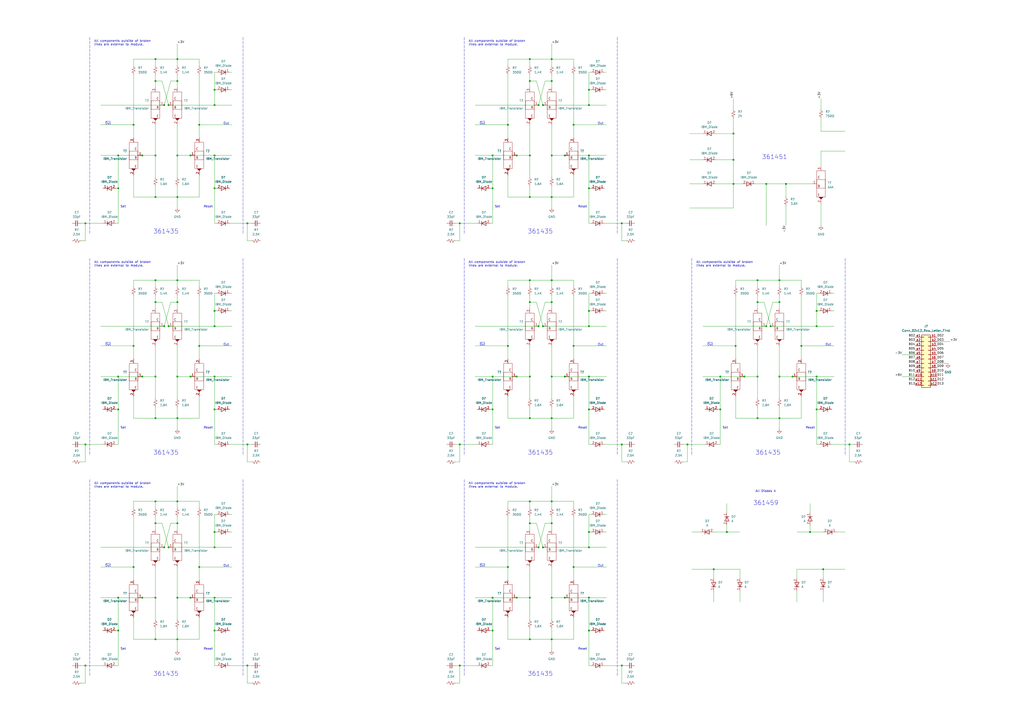
<source format=kicad_sch>
(kicad_sch (version 20211123) (generator eeschema)
  (paper "A2")
  (junction (at 124.46 365.76))
  (junction (at 124.46 218.44))
  (junction (at 115.57 328.9232))
  (junction (at 299.72 218.44))
  (junction (at 332.74 200.6532))
  (junction (at 77.47 200.66))
  (junction (at 102.87 46.99))
  (junction (at 320.04 290.83))
  (junction (at 473.71 218.44))
  (junction (at 102.87 290.83))
  (junction (at 90.17 162.56))
  (junction (at 439.42 175.26))
  (junction (at 341.63 189.23))
  (junction (at 307.34 370.84))
  (junction (at 307.34 90.17))
  (junction (at 285.75 218.44))
  (junction (at 143.51 386.08))
  (junction (at 473.71 189.23))
  (junction (at 124.46 189.23))
  (junction (at 452.12 175.26))
  (junction (at 90.17 34.29))
  (junction (at 307.34 162.56))
  (junction (at 124.46 90.17))
  (junction (at 307.34 114.3))
  (junction (at 95.25 317.5))
  (junction (at 341.63 237.49))
  (junction (at 307.34 175.26))
  (junction (at 417.83 218.44))
  (junction (at 90.17 218.44))
  (junction (at 90.17 175.26))
  (junction (at 341.63 346.71))
  (junction (at 320.04 303.53))
  (junction (at 414.02 330.2))
  (junction (at 307.34 34.29))
  (junction (at 452.12 242.57))
  (junction (at 341.63 218.44))
  (junction (at 312.42 60.96))
  (junction (at 307.34 303.53))
  (junction (at 314.96 60.96))
  (junction (at 143.51 257.81))
  (junction (at 90.17 346.71))
  (junction (at 320.04 346.71))
  (junction (at 68.58 218.44))
  (junction (at 439.42 242.57))
  (junction (at 360.68 257.81))
  (junction (at 90.17 290.83))
  (junction (at 421.64 308.61))
  (junction (at 102.87 218.44))
  (junction (at 320.04 175.26))
  (junction (at 459.74 218.44))
  (junction (at 285.75 237.49))
  (junction (at 360.68 386.08))
  (junction (at 341.63 180.34))
  (junction (at 320.04 218.44))
  (junction (at 77.47 72.39))
  (junction (at 285.75 109.22))
  (junction (at 294.64 328.93))
  (junction (at 285.75 346.71))
  (junction (at 102.87 370.84))
  (junction (at 143.51 129.54))
  (junction (at 314.96 317.5))
  (junction (at 294.64 72.39))
  (junction (at 90.17 114.3))
  (junction (at 285.75 90.17))
  (junction (at 360.68 129.54))
  (junction (at 266.7 129.54))
  (junction (at 97.79 60.96))
  (junction (at 307.34 242.57))
  (junction (at 327.66 346.71))
  (junction (at 124.46 317.5))
  (junction (at 425.45 106.68))
  (junction (at 320.04 90.17))
  (junction (at 469.9 308.61))
  (junction (at 312.42 189.23))
  (junction (at 68.58 90.17))
  (junction (at 97.79 317.5))
  (junction (at 266.7 386.08))
  (junction (at 90.17 370.84))
  (junction (at 102.87 90.17))
  (junction (at 82.55 218.44))
  (junction (at 68.58 109.22))
  (junction (at 320.04 46.99))
  (junction (at 341.63 317.5))
  (junction (at 77.47 328.93))
  (junction (at 439.42 218.44))
  (junction (at 124.46 60.96))
  (junction (at 102.87 162.56))
  (junction (at 294.64 200.66))
  (junction (at 455.93 106.68))
  (junction (at 115.57 200.6532))
  (junction (at 110.49 218.44))
  (junction (at 102.87 303.53))
  (junction (at 307.34 290.83))
  (junction (at 102.87 114.3))
  (junction (at 464.82 200.6532))
  (junction (at 110.49 346.71))
  (junction (at 102.87 242.57))
  (junction (at 332.74 328.9232))
  (junction (at 90.17 303.53))
  (junction (at 314.96 189.23))
  (junction (at 307.34 346.71))
  (junction (at 320.04 242.57))
  (junction (at 426.72 200.66))
  (junction (at 341.63 52.07))
  (junction (at 452.12 218.44))
  (junction (at 97.79 189.23))
  (junction (at 285.75 365.76))
  (junction (at 425.45 92.71))
  (junction (at 341.63 109.22))
  (junction (at 110.49 90.17))
  (junction (at 398.78 257.81))
  (junction (at 124.46 346.71))
  (junction (at 68.58 237.49))
  (junction (at 425.45 77.47))
  (junction (at 444.5 189.23))
  (junction (at 102.87 175.26))
  (junction (at 320.04 370.84))
  (junction (at 49.53 386.08))
  (junction (at 320.04 114.3))
  (junction (at 124.46 237.49))
  (junction (at 95.25 189.23))
  (junction (at 341.63 60.96))
  (junction (at 327.66 90.17))
  (junction (at 320.04 34.29))
  (junction (at 124.46 52.07))
  (junction (at 492.76 257.81))
  (junction (at 299.72 90.17))
  (junction (at 102.87 346.71))
  (junction (at 266.7 257.81))
  (junction (at 90.17 242.57))
  (junction (at 341.63 90.17))
  (junction (at 68.58 346.71))
  (junction (at 299.72 346.71))
  (junction (at 341.63 308.61))
  (junction (at 417.83 237.49))
  (junction (at 90.17 90.17))
  (junction (at 102.87 34.29))
  (junction (at 95.25 60.96))
  (junction (at 473.71 180.34))
  (junction (at 473.71 237.49))
  (junction (at 320.04 162.56))
  (junction (at 452.12 162.56))
  (junction (at 312.42 317.5))
  (junction (at 307.34 218.44))
  (junction (at 124.46 180.34))
  (junction (at 477.52 330.2))
  (junction (at 439.42 162.56))
  (junction (at 82.55 346.71))
  (junction (at 447.04 189.23))
  (junction (at 341.63 365.76))
  (junction (at 327.66 218.44))
  (junction (at 49.53 129.54))
  (junction (at 68.58 365.76))
  (junction (at 124.46 109.22))
  (junction (at 124.46 308.61))
  (junction (at 307.34 46.99))
  (junction (at 115.57 72.3832))
  (junction (at 82.55 90.17))
  (junction (at 444.5 106.68))
  (junction (at 49.53 257.81))
  (junction (at 431.8 218.44))
  (junction (at 90.17 46.99))
  (junction (at 332.74 72.3832))
  (wire (pts (xy 421.64 304.8) (xy 421.64 308.61)))
  (wire (pts (xy 307.34 299.72) (xy 307.34 303.53)))
  (wire (pts (xy 90.17 162.56) (xy 90.17 166.37)))
  (wire (pts (xy 492.76 257.81) (xy 495.3 257.81)))
  (wire (pts (xy 97.79 317.5) (xy 124.46 317.5)))
  (wire (pts (xy 332.74 43.18) (xy 332.74 72.3832)))
  (wire (pts (xy 332.74 229.87) (xy 332.74 242.57)))
  (wire (pts (xy 341.63 109.22) (xy 341.63 129.54)))
  (wire (pts (xy 341.63 386.08) (xy 342.9 386.08)))
  (wire (pts (xy 110.49 90.17) (xy 124.46 90.17)))
  (wire (pts (xy 307.34 90.17) (xy 307.34 102.87)))
  (wire (pts (xy 473.71 170.18) (xy 473.71 180.34)))
  (wire (pts (xy 332.74 34.29) (xy 332.74 38.1)))
  (wire (pts (xy 464.82 162.56) (xy 464.82 166.37)))
  (wire (pts (xy 341.63 308.61) (xy 341.63 317.5)))
  (wire (pts (xy 473.71 218.44) (xy 483.87 218.44)))
  (wire (pts (xy 320.04 46.99) (xy 316.23 46.99)))
  (wire (pts (xy 102.87 328.93) (xy 102.87 346.71)))
  (wire (pts (xy 341.63 170.18) (xy 342.9 170.18)))
  (wire (pts (xy 115.57 162.56) (xy 115.57 166.37)))
  (polyline (pts (xy 140.97 278.13) (xy 140.97 392.43)))
  (wire (pts (xy 90.17 90.17) (xy 90.17 72.39)))
  (wire (pts (xy 398.78 267.97) (xy 398.78 257.81)))
  (wire (pts (xy 350.52 386.08) (xy 360.68 386.08)))
  (wire (pts (xy 102.87 34.29) (xy 102.87 38.1)))
  (wire (pts (xy 97.79 60.96) (xy 124.46 60.96)))
  (wire (pts (xy 90.17 236.22) (xy 90.17 242.57)))
  (wire (pts (xy 426.72 242.57) (xy 426.72 229.87)))
  (wire (pts (xy 447.04 189.23) (xy 473.71 189.23)))
  (wire (pts (xy 476.25 87.63) (xy 490.22 87.63)))
  (wire (pts (xy 332.74 72.3832) (xy 332.74 80.01)))
  (wire (pts (xy 99.06 303.53) (xy 95.25 317.5)))
  (wire (pts (xy 68.58 109.22) (xy 68.58 129.54)))
  (wire (pts (xy 77.47 242.57) (xy 77.47 229.87)))
  (wire (pts (xy 464.82 200.6532) (xy 464.82 208.28)))
  (wire (pts (xy 473.71 189.23) (xy 483.87 189.23)))
  (wire (pts (xy 320.04 346.71) (xy 320.04 359.41)))
  (wire (pts (xy 320.04 281.94) (xy 320.04 290.83)))
  (wire (pts (xy 314.96 189.23) (xy 341.63 189.23)))
  (wire (pts (xy 90.17 46.99) (xy 90.17 50.8)))
  (wire (pts (xy 350.52 298.45) (xy 351.79 298.45)))
  (wire (pts (xy 115.57 72.3832) (xy 134.62 72.3832)))
  (wire (pts (xy 543.56 210.82) (xy 549.91 210.82)))
  (wire (pts (xy 341.63 52.07) (xy 342.9 52.07)))
  (wire (pts (xy 332.74 242.57) (xy 320.04 242.57)))
  (wire (pts (xy 143.51 139.7) (xy 143.51 129.54)))
  (wire (pts (xy 294.64 200.66) (xy 294.64 208.28)))
  (polyline (pts (xy 358.14 278.13) (xy 358.14 392.43)))
  (wire (pts (xy 438.15 106.68) (xy 444.5 106.68)))
  (wire (pts (xy 102.87 303.53) (xy 102.87 307.34)))
  (wire (pts (xy 275.59 317.5) (xy 312.42 317.5)))
  (wire (pts (xy 102.87 162.56) (xy 115.57 162.56)))
  (wire (pts (xy 482.6 180.34) (xy 483.87 180.34)))
  (wire (pts (xy 266.7 139.7) (xy 266.7 129.54)))
  (wire (pts (xy 266.7 386.08) (xy 276.86 386.08)))
  (wire (pts (xy 102.87 72.39) (xy 102.87 90.17)))
  (wire (pts (xy 320.04 114.3) (xy 307.34 114.3)))
  (wire (pts (xy 444.5 130.81) (xy 444.5 106.68)))
  (wire (pts (xy 124.46 365.76) (xy 125.73 365.76)))
  (wire (pts (xy 320.04 175.26) (xy 320.04 179.07)))
  (wire (pts (xy 102.87 299.72) (xy 102.87 303.53)))
  (wire (pts (xy 82.55 90.17) (xy 90.17 90.17)))
  (wire (pts (xy 102.87 90.17) (xy 102.87 102.87)))
  (wire (pts (xy 401.32 330.2) (xy 414.02 330.2)))
  (wire (pts (xy 102.87 346.71) (xy 102.87 359.41)))
  (wire (pts (xy 90.17 290.83) (xy 90.17 294.64)))
  (wire (pts (xy 320.04 175.26) (xy 316.23 175.26)))
  (wire (pts (xy 275.59 346.71) (xy 285.75 346.71)))
  (wire (pts (xy 82.55 218.44) (xy 90.17 218.44)))
  (wire (pts (xy 452.12 162.56) (xy 452.12 166.37)))
  (wire (pts (xy 133.35 41.91) (xy 134.62 41.91)))
  (wire (pts (xy 426.72 171.45) (xy 426.72 200.66)))
  (wire (pts (xy 452.12 175.26) (xy 448.31 175.26)))
  (wire (pts (xy 133.35 298.45) (xy 134.62 298.45)))
  (wire (pts (xy 414.02 330.2) (xy 429.26 330.2)))
  (wire (pts (xy 320.04 162.56) (xy 332.74 162.56)))
  (wire (pts (xy 115.57 242.57) (xy 102.87 242.57)))
  (wire (pts (xy 341.63 317.5) (xy 351.79 317.5)))
  (wire (pts (xy 115.57 328.9232) (xy 115.57 336.55)))
  (wire (pts (xy 133.35 170.18) (xy 134.62 170.18)))
  (wire (pts (xy 414.02 308.61) (xy 421.64 308.61)))
  (wire (pts (xy 266.7 129.54) (xy 276.86 129.54)))
  (wire (pts (xy 82.55 346.71) (xy 90.17 346.71)))
  (wire (pts (xy 90.17 90.17) (xy 90.17 102.87)))
  (wire (pts (xy 285.75 257.81) (xy 284.48 257.81)))
  (wire (pts (xy 264.16 396.24) (xy 266.7 396.24)))
  (wire (pts (xy 110.49 346.71) (xy 124.46 346.71)))
  (wire (pts (xy 341.63 346.71) (xy 341.63 365.76)))
  (wire (pts (xy 314.96 60.96) (xy 341.63 60.96)))
  (wire (pts (xy 90.17 346.71) (xy 90.17 359.41)))
  (wire (pts (xy 307.34 364.49) (xy 307.34 370.84)))
  (wire (pts (xy 285.75 90.17) (xy 285.75 109.22)))
  (wire (pts (xy 49.53 396.24) (xy 49.53 386.08)))
  (wire (pts (xy 143.51 396.24) (xy 143.51 386.08)))
  (wire (pts (xy 294.64 34.29) (xy 294.64 38.1)))
  (wire (pts (xy 452.12 153.67) (xy 452.12 162.56)))
  (wire (pts (xy 294.64 370.84) (xy 294.64 358.14)))
  (wire (pts (xy 97.79 189.23) (xy 124.46 189.23)))
  (wire (pts (xy 448.31 175.26) (xy 444.5 189.23)))
  (wire (pts (xy 320.04 43.18) (xy 320.04 46.99)))
  (wire (pts (xy 115.57 229.87) (xy 115.57 242.57)))
  (wire (pts (xy 452.12 171.45) (xy 452.12 175.26)))
  (wire (pts (xy 341.63 365.76) (xy 342.9 365.76)))
  (wire (pts (xy 426.72 162.56) (xy 426.72 166.37)))
  (wire (pts (xy 320.04 370.84) (xy 307.34 370.84)))
  (wire (pts (xy 332.74 328.9232) (xy 351.79 328.9232)))
  (wire (pts (xy 124.46 298.45) (xy 125.73 298.45)))
  (wire (pts (xy 476.25 96.52) (xy 476.25 87.63)))
  (wire (pts (xy 400.05 77.47) (xy 407.67 77.47)))
  (wire (pts (xy 285.75 386.08) (xy 284.48 386.08)))
  (wire (pts (xy 341.63 218.44) (xy 341.63 237.49)))
  (wire (pts (xy 115.57 200.6532) (xy 115.57 208.28)))
  (wire (pts (xy 425.45 106.68) (xy 430.53 106.68)))
  (wire (pts (xy 102.87 153.67) (xy 102.87 162.56)))
  (wire (pts (xy 285.75 237.49) (xy 285.75 257.81)))
  (wire (pts (xy 341.63 60.96) (xy 351.79 60.96)))
  (wire (pts (xy 90.17 175.26) (xy 93.98 175.26)))
  (wire (pts (xy 68.58 129.54) (xy 67.31 129.54)))
  (wire (pts (xy 115.57 370.84) (xy 102.87 370.84)))
  (wire (pts (xy 314.96 317.5) (xy 341.63 317.5)))
  (wire (pts (xy 102.87 290.83) (xy 115.57 290.83)))
  (wire (pts (xy 285.75 237.49) (xy 284.48 237.49)))
  (wire (pts (xy 341.63 237.49) (xy 342.9 237.49)))
  (wire (pts (xy 68.58 237.49) (xy 68.58 257.81)))
  (wire (pts (xy 90.17 303.53) (xy 93.98 303.53)))
  (wire (pts (xy 115.57 200.6532) (xy 134.62 200.6532)))
  (wire (pts (xy 124.46 90.17) (xy 124.46 109.22)))
  (wire (pts (xy 421.64 292.1) (xy 421.64 297.18)))
  (wire (pts (xy 58.42 90.17) (xy 68.58 90.17)))
  (wire (pts (xy 49.53 386.08) (xy 59.69 386.08)))
  (wire (pts (xy 102.87 290.83) (xy 102.87 294.64)))
  (wire (pts (xy 102.87 218.44) (xy 102.87 231.14)))
  (wire (pts (xy 299.72 346.71) (xy 307.34 346.71)))
  (wire (pts (xy 90.17 171.45) (xy 90.17 175.26)))
  (wire (pts (xy 124.46 237.49) (xy 124.46 257.81)))
  (wire (pts (xy 58.42 218.44) (xy 68.58 218.44)))
  (wire (pts (xy 320.04 242.57) (xy 320.04 248.92)))
  (wire (pts (xy 464.82 229.87) (xy 464.82 242.57)))
  (wire (pts (xy 58.42 317.5) (xy 95.25 317.5)))
  (wire (pts (xy 417.83 257.81) (xy 416.56 257.81)))
  (wire (pts (xy 285.75 109.22) (xy 284.48 109.22)))
  (wire (pts (xy 341.63 90.17) (xy 341.63 109.22)))
  (wire (pts (xy 133.35 386.08) (xy 143.51 386.08)))
  (wire (pts (xy 285.75 129.54) (xy 284.48 129.54)))
  (wire (pts (xy 102.87 242.57) (xy 102.87 248.92)))
  (wire (pts (xy 90.17 43.18) (xy 90.17 46.99)))
  (polyline (pts (xy 358.14 21.59) (xy 358.14 135.89)))
  (wire (pts (xy 68.58 218.44) (xy 82.55 218.44)))
  (wire (pts (xy 124.46 257.81) (xy 125.73 257.81)))
  (wire (pts (xy 341.63 346.71) (xy 351.79 346.71)))
  (wire (pts (xy 124.46 346.71) (xy 134.62 346.71)))
  (wire (pts (xy 320.04 90.17) (xy 320.04 102.87)))
  (wire (pts (xy 124.46 365.76) (xy 124.46 386.08)))
  (wire (pts (xy 266.7 267.97) (xy 266.7 257.81)))
  (wire (pts (xy 46.99 139.7) (xy 49.53 139.7)))
  (wire (pts (xy 414.02 330.2) (xy 414.02 335.28)))
  (wire (pts (xy 439.42 162.56) (xy 452.12 162.56)))
  (wire (pts (xy 316.23 46.99) (xy 312.42 60.96)))
  (wire (pts (xy 407.67 189.23) (xy 444.5 189.23)))
  (wire (pts (xy 307.34 303.53) (xy 311.15 303.53)))
  (wire (pts (xy 133.35 180.34) (xy 134.62 180.34)))
  (wire (pts (xy 115.57 328.9232) (xy 134.62 328.9232)))
  (wire (pts (xy 464.82 242.57) (xy 452.12 242.57)))
  (wire (pts (xy 425.45 92.71) (xy 415.29 92.71)))
  (wire (pts (xy 266.7 129.54) (xy 264.16 129.54)))
  (wire (pts (xy 320.04 153.67) (xy 320.04 162.56)))
  (wire (pts (xy 482.6 257.81) (xy 492.76 257.81)))
  (wire (pts (xy 49.53 386.08) (xy 46.99 386.08)))
  (wire (pts (xy 266.7 386.08) (xy 264.16 386.08)))
  (wire (pts (xy 68.58 257.81) (xy 67.31 257.81)))
  (wire (pts (xy 332.74 72.3832) (xy 351.79 72.3832)))
  (wire (pts (xy 68.58 386.08) (xy 67.31 386.08)))
  (wire (pts (xy 429.26 335.28) (xy 429.26 330.2)))
  (wire (pts (xy 124.46 170.18) (xy 124.46 180.34)))
  (wire (pts (xy 429.26 342.9) (xy 429.26 349.25)))
  (wire (pts (xy 341.63 90.17) (xy 351.79 90.17)))
  (wire (pts (xy 360.68 386.08) (xy 363.22 386.08)))
  (wire (pts (xy 495.3 267.97) (xy 492.76 267.97)))
  (wire (pts (xy 294.64 171.45) (xy 294.64 200.66)))
  (wire (pts (xy 77.47 162.56) (xy 90.17 162.56)))
  (wire (pts (xy 102.87 171.45) (xy 102.87 175.26)))
  (wire (pts (xy 320.04 303.53) (xy 316.23 303.53)))
  (wire (pts (xy 341.63 180.34) (xy 342.9 180.34)))
  (wire (pts (xy 350.52 180.34) (xy 351.79 180.34)))
  (wire (pts (xy 417.83 218.44) (xy 417.83 237.49)))
  (wire (pts (xy 124.46 41.91) (xy 124.46 52.07)))
  (wire (pts (xy 452.12 242.57) (xy 452.12 248.92)))
  (wire (pts (xy 473.71 170.18) (xy 474.98 170.18)))
  (wire (pts (xy 477.52 308.61) (xy 469.9 308.61)))
  (wire (pts (xy 102.87 364.49) (xy 102.87 370.84)))
  (wire (pts (xy 307.34 236.22) (xy 307.34 242.57)))
  (wire (pts (xy 477.52 330.2) (xy 462.28 330.2)))
  (wire (pts (xy 49.53 129.54) (xy 46.99 129.54)))
  (wire (pts (xy 332.74 101.6) (xy 332.74 114.3)))
  (wire (pts (xy 473.71 180.34) (xy 473.71 189.23)))
  (wire (pts (xy 307.34 218.44) (xy 307.34 231.14)))
  (polyline (pts (xy 269.24 278.13) (xy 269.24 392.43)))
  (wire (pts (xy 102.87 114.3) (xy 102.87 120.65)))
  (wire (pts (xy 133.35 129.54) (xy 143.51 129.54)))
  (wire (pts (xy 360.68 129.54) (xy 363.22 129.54)))
  (wire (pts (xy 396.24 267.97) (xy 398.78 267.97)))
  (wire (pts (xy 124.46 180.34) (xy 125.73 180.34)))
  (wire (pts (xy 102.87 370.84) (xy 90.17 370.84)))
  (wire (pts (xy 307.34 175.26) (xy 311.15 175.26)))
  (wire (pts (xy 350.52 257.81) (xy 360.68 257.81)))
  (wire (pts (xy 90.17 107.95) (xy 90.17 114.3)))
  (wire (pts (xy 285.75 218.44) (xy 299.72 218.44)))
  (wire (pts (xy 49.53 257.81) (xy 59.69 257.81)))
  (wire (pts (xy 133.35 257.81) (xy 143.51 257.81)))
  (wire (pts (xy 407.67 218.44) (xy 417.83 218.44)))
  (wire (pts (xy 307.34 242.57) (xy 294.64 242.57)))
  (wire (pts (xy 102.87 218.44) (xy 110.49 218.44)))
  (wire (pts (xy 110.49 218.44) (xy 124.46 218.44)))
  (wire (pts (xy 115.57 114.3) (xy 102.87 114.3)))
  (wire (pts (xy 102.87 242.57) (xy 90.17 242.57)))
  (wire (pts (xy 307.34 162.56) (xy 307.34 166.37)))
  (wire (pts (xy 332.74 114.3) (xy 320.04 114.3)))
  (wire (pts (xy 421.64 308.61) (xy 429.26 308.61)))
  (wire (pts (xy 307.34 175.26) (xy 307.34 179.07)))
  (wire (pts (xy 332.74 200.6532) (xy 332.74 208.28)))
  (wire (pts (xy 102.87 46.99) (xy 99.06 46.99)))
  (wire (pts (xy 124.46 189.23) (xy 134.62 189.23)))
  (wire (pts (xy 124.46 298.45) (xy 124.46 308.61)))
  (wire (pts (xy 307.34 46.99) (xy 311.15 46.99)))
  (wire (pts (xy 425.45 120.65) (xy 425.45 106.68)))
  (wire (pts (xy 124.46 170.18) (xy 125.73 170.18)))
  (wire (pts (xy 307.34 162.56) (xy 320.04 162.56)))
  (wire (pts (xy 143.51 267.97) (xy 143.51 257.81)))
  (wire (pts (xy 102.87 346.71) (xy 110.49 346.71)))
  (wire (pts (xy 332.74 358.14) (xy 332.74 370.84)))
  (wire (pts (xy 407.67 200.66) (xy 426.72 200.66)))
  (wire (pts (xy 266.7 257.81) (xy 264.16 257.81)))
  (wire (pts (xy 350.52 129.54) (xy 360.68 129.54)))
  (wire (pts (xy 68.58 346.71) (xy 68.58 365.76)))
  (wire (pts (xy 363.22 267.97) (xy 360.68 267.97)))
  (wire (pts (xy 473.71 218.44) (xy 473.71 237.49)))
  (wire (pts (xy 275.59 328.93) (xy 294.64 328.93)))
  (wire (pts (xy 431.8 218.44) (xy 439.42 218.44)))
  (wire (pts (xy 476.25 68.58) (xy 476.25 76.2)))
  (wire (pts (xy 124.46 52.07) (xy 125.73 52.07)))
  (wire (pts (xy 332.74 162.56) (xy 332.74 166.37)))
  (wire (pts (xy 115.57 358.14) (xy 115.57 370.84)))
  (polyline (pts (xy 358.14 149.86) (xy 358.14 264.16)))
  (wire (pts (xy 350.52 41.91) (xy 351.79 41.91)))
  (wire (pts (xy 307.34 90.17) (xy 307.34 72.39)))
  (wire (pts (xy 439.42 236.22) (xy 439.42 242.57)))
  (wire (pts (xy 285.75 365.76) (xy 284.48 365.76)))
  (wire (pts (xy 307.34 34.29) (xy 320.04 34.29)))
  (wire (pts (xy 316.23 303.53) (xy 312.42 317.5)))
  (wire (pts (xy 462.28 342.9) (xy 462.28 349.25)))
  (wire (pts (xy 124.46 308.61) (xy 125.73 308.61)))
  (wire (pts (xy 264.16 139.7) (xy 266.7 139.7)))
  (wire (pts (xy 285.75 109.22) (xy 285.75 129.54)))
  (wire (pts (xy 459.74 218.44) (xy 473.71 218.44)))
  (wire (pts (xy 426.72 200.66) (xy 426.72 208.28)))
  (wire (pts (xy 443.23 175.26) (xy 447.04 189.23)))
  (wire (pts (xy 102.87 200.66) (xy 102.87 218.44)))
  (wire (pts (xy 102.87 107.95) (xy 102.87 114.3)))
  (wire (pts (xy 320.04 236.22) (xy 320.04 242.57)))
  (wire (pts (xy 266.7 396.24) (xy 266.7 386.08)))
  (wire (pts (xy 452.12 218.44) (xy 452.12 231.14)))
  (wire (pts (xy 77.47 72.39) (xy 77.47 80.01)))
  (wire (pts (xy 341.63 298.45) (xy 342.9 298.45)))
  (wire (pts (xy 46.99 267.97) (xy 49.53 267.97)))
  (wire (pts (xy 90.17 162.56) (xy 102.87 162.56)))
  (wire (pts (xy 341.63 41.91) (xy 342.9 41.91)))
  (wire (pts (xy 294.64 328.93) (xy 294.64 336.55)))
  (wire (pts (xy 320.04 303.53) (xy 320.04 307.34)))
  (wire (pts (xy 415.29 106.68) (xy 425.45 106.68)))
  (wire (pts (xy 414.02 342.9) (xy 414.02 349.25)))
  (wire (pts (xy 469.9 308.61) (xy 462.28 308.61)))
  (wire (pts (xy 320.04 171.45) (xy 320.04 175.26)))
  (wire (pts (xy 275.59 90.17) (xy 285.75 90.17)))
  (wire (pts (xy 102.87 162.56) (xy 102.87 166.37)))
  (wire (pts (xy 124.46 41.91) (xy 125.73 41.91)))
  (wire (pts (xy 294.64 72.39) (xy 294.64 80.01)))
  (wire (pts (xy 320.04 114.3) (xy 320.04 120.65)))
  (wire (pts (xy 425.45 57.15) (xy 425.45 63.5)))
  (wire (pts (xy 311.15 303.53) (xy 314.96 317.5)))
  (wire (pts (xy 476.25 76.2) (xy 490.22 76.2)))
  (wire (pts (xy 485.14 308.61) (xy 490.22 308.61)))
  (wire (pts (xy 320.04 370.84) (xy 320.04 377.19)))
  (wire (pts (xy 307.34 218.44) (xy 307.34 200.66)))
  (wire (pts (xy 102.87 34.29) (xy 115.57 34.29)))
  (wire (pts (xy 473.71 257.81) (xy 474.98 257.81)))
  (wire (pts (xy 90.17 218.44) (xy 90.17 200.66)))
  (wire (pts (xy 439.42 162.56) (xy 439.42 166.37)))
  (wire (pts (xy 68.58 365.76) (xy 67.31 365.76)))
  (wire (pts (xy 102.87 25.4) (xy 102.87 34.29)))
  (wire (pts (xy 363.22 139.7) (xy 360.68 139.7)))
  (wire (pts (xy 93.98 46.99) (xy 97.79 60.96)))
  (wire (pts (xy 327.66 90.17) (xy 341.63 90.17)))
  (wire (pts (xy 452.12 175.26) (xy 452.12 179.07)))
  (wire (pts (xy 99.06 46.99) (xy 95.25 60.96)))
  (wire (pts (xy 266.7 257.81) (xy 276.86 257.81)))
  (wire (pts (xy 360.68 267.97) (xy 360.68 257.81)))
  (wire (pts (xy 124.46 346.71) (xy 124.46 365.76)))
  (wire (pts (xy 307.34 303.53) (xy 307.34 307.34)))
  (wire (pts (xy 400.05 92.71) (xy 407.67 92.71)))
  (wire (pts (xy 285.75 346.71) (xy 285.75 365.76)))
  (wire (pts (xy 417.83 237.49) (xy 417.83 257.81)))
  (wire (pts (xy 307.34 114.3) (xy 294.64 114.3)))
  (wire (pts (xy 439.42 218.44) (xy 439.42 231.14)))
  (wire (pts (xy 143.51 129.54) (xy 146.05 129.54)))
  (wire (pts (xy 68.58 218.44) (xy 68.58 237.49)))
  (wire (pts (xy 264.16 267.97) (xy 266.7 267.97)))
  (wire (pts (xy 102.87 370.84) (xy 102.87 377.19)))
  (wire (pts (xy 294.64 34.29) (xy 307.34 34.29)))
  (wire (pts (xy 543.56 198.12) (xy 551.18 198.12)))
  (wire (pts (xy 320.04 25.4) (xy 320.04 34.29)))
  (wire (pts (xy 320.04 72.39) (xy 320.04 90.17)))
  (wire (pts (xy 68.58 365.76) (xy 68.58 386.08)))
  (polyline (pts (xy 140.97 149.86) (xy 140.97 264.16)))
  (wire (pts (xy 360.68 257.81) (xy 363.22 257.81)))
  (wire (pts (xy 417.83 218.44) (xy 431.8 218.44)))
  (wire (pts (xy 77.47 162.56) (xy 77.47 166.37)))
  (wire (pts (xy 332.74 290.83) (xy 332.74 294.64)))
  (wire (pts (xy 320.04 162.56) (xy 320.04 166.37)))
  (wire (pts (xy 146.05 267.97) (xy 143.51 267.97)))
  (wire (pts (xy 332.74 370.84) (xy 320.04 370.84)))
  (wire (pts (xy 426.72 162.56) (xy 439.42 162.56)))
  (wire (pts (xy 77.47 200.66) (xy 77.47 208.28)))
  (wire (pts (xy 77.47 171.45) (xy 77.47 200.66)))
  (wire (pts (xy 320.04 107.95) (xy 320.04 114.3)))
  (wire (pts (xy 133.35 52.07) (xy 134.62 52.07)))
  (wire (pts (xy 77.47 299.72) (xy 77.47 328.93)))
  (wire (pts (xy 490.22 330.2) (xy 477.52 330.2)))
  (wire (pts (xy 115.57 299.72) (xy 115.57 328.9232)))
  (wire (pts (xy 102.87 43.18) (xy 102.87 46.99)))
  (wire (pts (xy 327.66 346.71) (xy 341.63 346.71)))
  (wire (pts (xy 327.66 218.44) (xy 341.63 218.44)))
  (wire (pts (xy 307.34 34.29) (xy 307.34 38.1)))
  (wire (pts (xy 102.87 90.17) (xy 110.49 90.17)))
  (wire (pts (xy 320.04 218.44) (xy 327.66 218.44)))
  (wire (pts (xy 439.42 218.44) (xy 439.42 200.66)))
  (wire (pts (xy 341.63 180.34) (xy 341.63 189.23)))
  (wire (pts (xy 452.12 162.56) (xy 464.82 162.56)))
  (wire (pts (xy 320.04 290.83) (xy 320.04 294.64)))
  (wire (pts (xy 68.58 109.22) (xy 67.31 109.22)))
  (wire (pts (xy 77.47 370.84) (xy 77.47 358.14)))
  (wire (pts (xy 285.75 346.71) (xy 299.72 346.71)))
  (wire (pts (xy 320.04 200.66) (xy 320.04 218.44)))
  (wire (pts (xy 332.74 171.45) (xy 332.74 200.6532)))
  (polyline (pts (xy 269.24 21.59) (xy 269.24 135.89)))
  (wire (pts (xy 425.45 68.58) (xy 425.45 77.47)))
  (polyline (pts (xy 401.32 149.86) (xy 401.32 264.16)))
  (wire (pts (xy 102.87 236.22) (xy 102.87 242.57)))
  (wire (pts (xy 452.12 242.57) (xy 439.42 242.57)))
  (wire (pts (xy 307.34 171.45) (xy 307.34 175.26)))
  (wire (pts (xy 341.63 308.61) (xy 342.9 308.61)))
  (wire (pts (xy 523.24 218.44) (xy 530.86 218.44)))
  (wire (pts (xy 307.34 43.18) (xy 307.34 46.99)))
  (wire (pts (xy 124.46 52.07) (xy 124.46 60.96)))
  (wire (pts (xy 299.72 90.17) (xy 307.34 90.17)))
  (wire (pts (xy 124.46 109.22) (xy 125.73 109.22)))
  (wire (pts (xy 307.34 346.71) (xy 307.34 359.41)))
  (wire (pts (xy 90.17 218.44) (xy 90.17 231.14)))
  (wire (pts (xy 320.04 290.83) (xy 332.74 290.83)))
  (wire (pts (xy 307.34 290.83) (xy 320.04 290.83)))
  (wire (pts (xy 49.53 139.7) (xy 49.53 129.54)))
  (wire (pts (xy 133.35 308.61) (xy 134.62 308.61)))
  (wire (pts (xy 439.42 175.26) (xy 443.23 175.26)))
  (wire (pts (xy 285.75 90.17) (xy 299.72 90.17)))
  (wire (pts (xy 400.05 106.68) (xy 407.67 106.68)))
  (wire (pts (xy 124.46 386.08) (xy 125.73 386.08)))
  (wire (pts (xy 90.17 370.84) (xy 77.47 370.84)))
  (wire (pts (xy 341.63 109.22) (xy 342.9 109.22)))
  (wire (pts (xy 146.05 396.24) (xy 143.51 396.24)))
  (wire (pts (xy 146.05 139.7) (xy 143.51 139.7)))
  (wire (pts (xy 58.42 60.96) (xy 95.25 60.96)))
  (wire (pts (xy 124.46 129.54) (xy 125.73 129.54)))
  (wire (pts (xy 360.68 396.24) (xy 360.68 386.08)))
  (wire (pts (xy 425.45 92.71) (xy 425.45 106.68)))
  (wire (pts (xy 49.53 267.97) (xy 49.53 257.81)))
  (wire (pts (xy 320.04 34.29) (xy 320.04 38.1)))
  (wire (pts (xy 307.34 107.95) (xy 307.34 114.3)))
  (wire (pts (xy 124.46 218.44) (xy 134.62 218.44)))
  (wire (pts (xy 477.52 342.9) (xy 477.52 349.25)))
  (wire (pts (xy 439.42 242.57) (xy 426.72 242.57)))
  (wire (pts (xy 425.45 77.47) (xy 415.29 77.47)))
  (wire (pts (xy 439.42 175.26) (xy 439.42 179.07)))
  (wire (pts (xy 341.63 365.76) (xy 341.63 386.08)))
  (wire (pts (xy 476.25 118.11) (xy 476.25 130.81)))
  (wire (pts (xy 115.57 171.45) (xy 115.57 200.6532)))
  (wire (pts (xy 124.46 218.44) (xy 124.46 237.49)))
  (wire (pts (xy 341.63 129.54) (xy 342.9 129.54)))
  (wire (pts (xy 124.46 109.22) (xy 124.46 129.54)))
  (wire (pts (xy 452.12 200.66) (xy 452.12 218.44)))
  (wire (pts (xy 58.42 72.39) (xy 77.47 72.39)))
  (wire (pts (xy 492.76 267.97) (xy 492.76 257.81)))
  (wire (pts (xy 58.42 328.93) (xy 77.47 328.93)))
  (wire (pts (xy 124.46 237.49) (xy 125.73 237.49)))
  (wire (pts (xy 275.59 218.44) (xy 285.75 218.44)))
  (wire (pts (xy 285.75 218.44) (xy 285.75 237.49)))
  (wire (pts (xy 143.51 386.08) (xy 146.05 386.08)))
  (wire (pts (xy 307.34 346.71) (xy 307.34 328.93)))
  (wire (pts (xy 332.74 200.6532) (xy 351.79 200.6532)))
  (wire (pts (xy 77.47 43.18) (xy 77.47 72.39)))
  (wire (pts (xy 350.52 308.61) (xy 351.79 308.61)))
  (wire (pts (xy 294.64 114.3) (xy 294.64 101.6)))
  (wire (pts (xy 307.34 370.84) (xy 294.64 370.84)))
  (polyline (pts (xy 52.07 149.86) (xy 52.07 264.16)))
  (wire (pts (xy 77.47 290.83) (xy 90.17 290.83)))
  (wire (pts (xy 320.04 346.71) (xy 327.66 346.71)))
  (wire (pts (xy 320.04 299.72) (xy 320.04 303.53)))
  (wire (pts (xy 363.22 396.24) (xy 360.68 396.24)))
  (wire (pts (xy 115.57 290.83) (xy 115.57 294.64)))
  (wire (pts (xy 77.47 328.93) (xy 77.47 336.55)))
  (polyline (pts (xy 490.22 149.86) (xy 490.22 264.16)))
  (wire (pts (xy 341.63 237.49) (xy 341.63 257.81)))
  (wire (pts (xy 93.98 303.53) (xy 97.79 317.5)))
  (wire (pts (xy 68.58 90.17) (xy 82.55 90.17)))
  (wire (pts (xy 341.63 189.23) (xy 351.79 189.23)))
  (wire (pts (xy 90.17 175.26) (xy 90.17 179.07)))
  (wire (pts (xy 307.34 290.83) (xy 307.34 294.64)))
  (wire (pts (xy 58.42 189.23) (xy 95.25 189.23)))
  (wire (pts (xy 311.15 46.99) (xy 314.96 60.96)))
  (wire (pts (xy 473.71 237.49) (xy 474.98 237.49)))
  (wire (pts (xy 341.63 170.18) (xy 341.63 180.34)))
  (wire (pts (xy 307.34 46.99) (xy 307.34 50.8)))
  (wire (pts (xy 90.17 34.29) (xy 102.87 34.29)))
  (wire (pts (xy 476.25 57.15) (xy 476.25 63.5)))
  (wire (pts (xy 299.72 218.44) (xy 307.34 218.44)))
  (wire (pts (xy 90.17 299.72) (xy 90.17 303.53)))
  (wire (pts (xy 124.46 317.5) (xy 134.62 317.5)))
  (polyline (pts (xy 140.97 21.59) (xy 140.97 135.89)))
  (wire (pts (xy 275.59 200.66) (xy 294.64 200.66)))
  (wire (pts (xy 400.05 120.65) (xy 425.45 120.65)))
  (wire (pts (xy 360.68 139.7) (xy 360.68 129.54)))
  (wire (pts (xy 124.46 180.34) (xy 124.46 189.23)))
  (wire (pts (xy 294.64 299.72) (xy 294.64 328.93)))
  (wire (pts (xy 68.58 90.17) (xy 68.58 109.22)))
  (wire (pts (xy 417.83 237.49) (xy 416.56 237.49)))
  (wire (pts (xy 320.04 364.49) (xy 320.04 370.84)))
  (wire (pts (xy 275.59 189.23) (xy 312.42 189.23)))
  (wire (pts (xy 320.04 46.99) (xy 320.04 50.8)))
  (wire (pts (xy 49.53 257.81) (xy 46.99 257.81)))
  (wire (pts (xy 477.52 330.2) (xy 477.52 335.28)))
  (wire (pts (xy 77.47 114.3) (xy 77.47 101.6)))
  (wire (pts (xy 115.57 34.29) (xy 115.57 38.1)))
  (wire (pts (xy 115.57 72.3832) (xy 115.57 80.01)))
  (wire (pts (xy 341.63 41.91) (xy 341.63 52.07)))
  (wire (pts (xy 90.17 34.29) (xy 90.17 38.1)))
  (wire (pts (xy 68.58 346.71) (xy 82.55 346.71)))
  (wire (pts (xy 332.74 328.9232) (xy 332.74 336.55)))
  (wire (pts (xy 332.74 299.72) (xy 332.74 328.9232)))
  (wire (pts (xy 77.47 34.29) (xy 90.17 34.29)))
  (wire (pts (xy 275.59 72.39) (xy 294.64 72.39)))
  (wire (pts (xy 439.42 171.45) (xy 439.42 175.26)))
  (polyline (pts (xy 269.24 149.86) (xy 269.24 264.16)))
  (wire (pts (xy 341.63 257.81) (xy 342.9 257.81)))
  (wire (pts (xy 102.87 114.3) (xy 90.17 114.3)))
  (wire (pts (xy 464.82 200.6532) (xy 483.87 200.6532)))
  (wire (pts (xy 469.9 304.8) (xy 469.9 308.61)))
  (wire (pts (xy 473.71 237.49) (xy 473.71 257.81)))
  (wire (pts (xy 341.63 218.44) (xy 351.79 218.44)))
  (wire (pts (xy 294.64 162.56) (xy 294.64 166.37)))
  (polyline (pts (xy 52.07 21.59) (xy 52.07 135.89)))
  (wire (pts (xy 90.17 303.53) (xy 90.17 307.34)))
  (wire (pts (xy 99.06 175.26) (xy 95.25 189.23)))
  (wire (pts (xy 68.58 237.49) (xy 67.31 237.49)))
  (wire (pts (xy 482.6 170.18) (xy 483.87 170.18)))
  (wire (pts (xy 90.17 46.99) (xy 93.98 46.99)))
  (wire (pts (xy 320.04 90.17) (xy 327.66 90.17)))
  (wire (pts (xy 425.45 77.47) (xy 425.45 92.71)))
  (wire (pts (xy 320.04 34.29) (xy 332.74 34.29)))
  (wire (pts (xy 124.46 60.96) (xy 134.62 60.96)))
  (wire (pts (xy 102.87 46.99) (xy 102.87 50.8)))
  (wire (pts (xy 124.46 308.61) (xy 124.46 317.5)))
  (wire (pts (xy 294.64 162.56) (xy 307.34 162.56)))
  (wire (pts (xy 102.87 175.26) (xy 102.87 179.07)))
  (wire (pts (xy 444.5 106.68) (xy 455.93 106.68)))
  (wire (pts (xy 294.64 290.83) (xy 307.34 290.83)))
  (wire (pts (xy 143.51 257.81) (xy 146.05 257.81)))
  (wire (pts (xy 90.17 242.57) (xy 77.47 242.57)))
  (wire (pts (xy 320.04 242.57) (xy 307.34 242.57)))
  (wire (pts (xy 58.42 346.71) (xy 68.58 346.71)))
  (wire (pts (xy 464.82 171.45) (xy 464.82 200.6532)))
  (wire (pts (xy 469.9 292.1) (xy 469.9 297.18)))
  (wire (pts (xy 452.12 236.22) (xy 452.12 242.57)))
  (wire (pts (xy 398.78 257.81) (xy 408.94 257.81)))
  (wire (pts (xy 316.23 175.26) (xy 312.42 189.23)))
  (wire (pts (xy 102.87 175.26) (xy 99.06 175.26)))
  (wire (pts (xy 285.75 365.76) (xy 285.75 386.08)))
  (wire (pts (xy 455.93 119.38) (xy 455.93 130.81)))
  (wire (pts (xy 90.17 290.83) (xy 102.87 290.83)))
  (wire (pts (xy 49.53 129.54) (xy 59.69 129.54)))
  (wire (pts (xy 452.12 218.44) (xy 459.74 218.44)))
  (wire (pts (xy 320.04 218.44) (xy 320.04 231.14)))
  (wire (pts (xy 455.93 106.68) (xy 471.17 106.68)))
  (wire (pts (xy 294.64 290.83) (xy 294.64 294.64)))
  (wire (pts (xy 90.17 364.49) (xy 90.17 370.84)))
  (wire (pts (xy 93.98 175.26) (xy 97.79 189.23)))
  (wire (pts (xy 90.17 346.71) (xy 90.17 328.93)))
  (wire (pts (xy 320.04 328.93) (xy 320.04 346.71)))
  (wire (pts (xy 523.24 205.74) (xy 530.86 205.74)))
  (wire (pts (xy 350.52 52.07) (xy 351.79 52.07)))
  (wire (pts (xy 275.59 60.96) (xy 312.42 60.96)))
  (wire (pts (xy 58.42 200.66) (xy 77.47 200.66)))
  (wire (pts (xy 124.46 90.17) (xy 134.62 90.17)))
  (wire (pts (xy 401.32 308.61) (xy 406.4 308.61)))
  (wire (pts (xy 350.52 170.18) (xy 351.79 170.18)))
  (wire (pts (xy 294.64 242.57) (xy 294.64 229.87)))
  (polyline (pts (xy 52.07 278.13) (xy 52.07 392.43)))
  (wire (pts (xy 473.71 180.34) (xy 474.98 180.34)))
  (wire (pts (xy 462.28 335.28) (xy 462.28 330.2)))
  (wire (pts (xy 398.78 257.81) (xy 396.24 257.81)))
  (wire (pts (xy 77.47 34.29) (xy 77.47 38.1)))
  (wire (pts (xy 115.57 43.18) (xy 115.57 72.3832)))
  (wire (pts (xy 102.87 281.94) (xy 102.87 290.83)))
  (wire (pts (xy 311.15 175.26) (xy 314.96 189.23)))
  (wire (pts (xy 341.63 298.45) (xy 341.63 308.61)))
  (wire (pts (xy 455.93 106.68) (xy 455.93 114.3)))
  (wire (pts (xy 294.64 43.18) (xy 294.64 72.39)))
  (wire (pts (xy 341.63 52.07) (xy 341.63 60.96)))
  (wire (pts (xy 46.99 396.24) (xy 49.53 396.24)))
  (wire (pts (xy 102.87 303.53) (xy 99.06 303.53)))
  (wire (pts (xy 77.47 290.83) (xy 77.47 294.64)))
  (wire (pts (xy 115.57 101.6) (xy 115.57 114.3)))
  (wire (pts (xy 90.17 114.3) (xy 77.47 114.3)))
  (text "Reset" (at 335.28 377.19 0) (effects (font (size 1.27 1.27)) (justify left bottom)))
  (text "361435" (at 306.07 264.16 0) (effects (font (size 2.54 2.54)) (justify left bottom)))
  (text "Set" (at 69.85 248.92 0) (effects (font (size 1.27 1.27)) (justify left bottom)))
  (text "Reset" (at 118.11 120.65 0) (effects (font (size 1.27 1.27)) (justify left bottom)))
  (text "Out" (at 346.71 200.66 0) (effects (font (size 1.27 1.27)) (justify left bottom)))
  (text "Out" (at 129.54 200.66 0) (effects (font (size 1.27 1.27)) (justify left bottom)))
  (text "All components outside of broken\nlines are external to module." (at 271.78 26.67 0) (effects (font (size 1.27 1.27)) (justify left bottom)))
  (text "All Diodes A" (at 438.15 285.75 0) (effects (font (size 1.27 1.27)) (justify left bottom)))
  (text "~{Out}" (at 278.13 200.66 0) (effects (font (size 1.27 1.27)) (justify left bottom)))
  (text "All components outside of broken\nlines are external to module." (at 271.78 283.21 0) (effects (font (size 1.27 1.27)) (justify left bottom)))
  (text "361435" (at 88.9 135.89 0) (effects (font (size 2.54 2.54)) (justify left bottom)))
  (text "Reset" (at 118.11 248.92 0) (effects (font (size 1.27 1.27)) (justify left bottom)))
  (text "Out" (at 478.79 200.66 0) (effects (font (size 1.27 1.27)) (justify left bottom)))
  (text "All components outside of broken\nlines are external to module." (at 403.86 154.94 0) (effects (font (size 1.27 1.27)) (justify left bottom)))
  (text "All components outside of broken\nlines are external to module." (at 54.61 154.94 0) (effects (font (size 1.27 1.27)) (justify left bottom)))
  (text "Reset" (at 335.28 248.92 0) (effects (font (size 1.27 1.27)) (justify left bottom)))
  (text "~{Out}" (at 278.13 328.93 0) (effects (font (size 1.27 1.27)) (justify left bottom)))
  (text "All components outside of broken\nlines are external to module." (at 54.61 26.67 0) (effects (font (size 1.27 1.27)) (justify left bottom)))
  (text "All components outside of broken\nlines are external to module." (at 54.61 283.21 0) (effects (font (size 1.27 1.27)) (justify left bottom)))
  (text "Reset" (at 118.11 377.19 0) (effects (font (size 1.27 1.27)) (justify left bottom)))
  (text "361435" (at 438.15 264.16 0) (effects (font (size 2.54 2.54)) (justify left bottom)))
  (text "Out" (at 346.71 328.93 0) (effects (font (size 1.27 1.27)) (justify left bottom)))
  (text "361459" (at 436.88 293.37 0) (effects (font (size 2.54 2.54)) (justify left bottom)))
  (text "Set" (at 69.85 120.65 0) (effects (font (size 1.27 1.27)) (justify left bottom)))
  (text "Out" (at 129.54 328.93 0) (effects (font (size 1.27 1.27)) (justify left bottom)))
  (text "361435" (at 306.07 135.89 0) (effects (font (size 2.54 2.54)) (justify left bottom)))
  (text "Out" (at 129.54 72.39 0) (effects (font (size 1.27 1.27)) (justify left bottom)))
  (text "361435" (at 88.9 392.43 0) (effects (font (size 2.54 2.54)) (justify left bottom)))
  (text "361435" (at 88.9 264.16 0) (effects (font (size 2.54 2.54)) (justify left bottom)))
  (text "Set" (at 287.02 377.19 0) (effects (font (size 1.27 1.27)) (justify left bottom)))
  (text "~{Out}" (at 60.96 72.39 0) (effects (font (size 1.27 1.27)) (justify left bottom)))
  (text "361451" (at 441.96 92.71 0) (effects (font (size 2.54 2.54)) (justify left bottom)))
  (text "Out" (at 346.71 72.39 0) (effects (font (size 1.27 1.27)) (justify left bottom)))
  (text "Reset" (at 335.28 120.65 0) (effects (font (size 1.27 1.27)) (justify left bottom)))
  (text "Set" (at 69.85 377.19 0) (effects (font (size 1.27 1.27)) (justify left bottom)))
  (text "All components outside of broken\nlines are external to module." (at 271.78 154.94 0) (effects (font (size 1.27 1.27)) (justify left bottom)))
  (text "Set" (at 287.02 120.65 0) (effects (font (size 1.27 1.27)) (justify left bottom)))
  (text "~{Out}" (at 60.96 200.66 0) (effects (font (size 1.27 1.27)) (justify left bottom)))
  (text "Set" (at 419.1 248.92 0) (effects (font (size 1.27 1.27)) (justify left bottom)))
  (text "Reset" (at 467.36 248.92 0) (effects (font (size 1.27 1.27)) (justify left bottom)))
  (text "Set" (at 287.02 248.92 0) (effects (font (size 1.27 1.27)) (justify left bottom)))
  (text "~{Out}" (at 410.21 200.66 0) (effects (font (size 1.27 1.27)) (justify left bottom)))
  (text "~{Out}" (at 278.13 72.39 0) (effects (font (size 1.27 1.27)) (justify left bottom)))
  (text "~{Out}" (at 60.96 328.93 0) (effects (font (size 1.27 1.27)) (justify left bottom)))
  (text "361435" (at 306.07 392.43 0) (effects (font (size 2.54 2.54)) (justify left bottom)))
  (label "+3V" (at 551.18 198.12 0))
  (label "-3V" (at 523.24 205.74 180))
  (label "D06" (at 543.56 205.74 0))
  (label "+6V" (at 523.24 218.44 180))
  (label "D13" (at 543.56 223.52 0))
  (label "D09" (at 543.56 213.36 0))
  (label "B12" (at 530.86 220.98 180))
  (label "B02" (at 530.86 195.58 180))
  (label "+6V" (at 425.45 57.15 90))
  (label "B11" (at 530.86 218.44 180))
  (label "D07" (at 543.56 208.28 0))
  (label "+3V" (at 102.87 281.94 0))
  (label "B10" (at 530.86 215.9 180))
  (label "B09" (at 530.86 213.36 180))
  (label "+3V" (at 102.87 25.4 0))
  (label "D02" (at 543.56 195.58 0))
  (label "B05" (at 530.86 203.2 180))
  (label "+3V" (at 320.04 281.94 0))
  (label "+3V" (at 476.25 57.15 90))
  (label "B04" (at 530.86 200.66 180))
  (label "D05" (at 543.56 203.2 0))
  (label "B13" (at 530.86 223.52 180))
  (label "D11" (at 543.56 218.44 0))
  (label "B08" (at 530.86 210.82 180))
  (label "+3V" (at 102.87 153.67 0))
  (label "+3V" (at 320.04 153.67 0))
  (label "+3V" (at 320.04 25.4 0))
  (label "D04" (at 543.56 200.66 0))
  (label "B03" (at 530.86 198.12 180))
  (label "B06" (at 530.86 205.74 180))
  (label "D12" (at 543.56 220.98 0))
  (label "D08" (at 543.56 210.82 0))
  (label "B07" (at 530.86 208.28 180))
  (label "D03" (at 543.56 198.12 0))
  (label "D10" (at 543.56 215.9 0))
  (label "+3V" (at 452.12 153.67 0))
  (label "-3V" (at 455.93 130.81 270))
  (symbol (lib_id "Device:R_Small_US") (at 320.04 105.41 180) (unit 1)
    (property "Reference" "R?" (at 322.58 104.1399 0) (effects (justify right)))
    (property "Value" "1.6K" (at 322.58 106.6799 0) (effects (justify right)))
    (property "Footprint" "Resistor_SMD:R_0201_0603Metric" (effects hide))
  )
  (symbol (lib_id "Device:R_Small_US") (at 452.12 233.68 180) (unit 1)
    (property "Reference" "R?" (at 454.66 232.4099 0) (effects (justify right)))
    (property "Value" "1.6K" (at 454.66 234.9499 0) (effects (justify right)))
    (property "Footprint" "Resistor_SMD:R_0201_0603Metric" (effects hide))
  )
  (symbol (lib_id "IBM_SLT-SLD:IBM_Diode") (at 478.79 257.81 180) (unit 1)
    (property "Reference" "D?" (at 478.79 251.46 0))
    (property "Value" "IBM_Diode" (at 478.79 254 0))
    (property "Footprint" "Diode_SMD:D_0201_0603Metric" (effects hide))
  )
  (symbol (lib_id "IBM_SLT-SLD:IBM_Transistor") (at 320.04 189.23 0) (unit 1)
    (property "Reference" "T?" (at 323.85 186.69 0) (effects (justify left)))
    (property "Value" "IBM_Transistor" (at 323.85 191.1349 0) (effects (justify left)))
  )
  (symbol (lib_id "IBM_SLT-SLD:IBM_Diode") (at 129.54 298.45 180) (unit 1)
    (property "Reference" "D?" (at 129.54 292.1 0))
    (property "Value" "IBM_Diode" (at 129.54 294.64 0))
    (property "Footprint" "Diode_SMD:D_0201_0603Metric" (effects hide))
  )
  (symbol (lib_id "IBM_SLT-SLD:IBM_Transistor") (at 439.42 189.23 0) (mirror y) (unit 1)
    (property "Reference" "T?" (at 435.61 186.69 0) (effects (justify left)))
    (property "Value" "IBM_Transistor" (at 435.61 191.1349 0) (effects (justify left)))
  )
  (symbol (lib_id "Device:R_Small_US") (at 102.87 168.91 180) (unit 1)
    (property "Reference" "R?" (at 105.41 167.6399 0) (effects (justify right)))
    (property "Value" "1.4K" (at 105.41 170.1799 0) (effects (justify right)))
    (property "Footprint" "Resistor_SMD:R_0201_0603Metric" (effects hide))
  )
  (symbol (lib_id "Device:R_Small_US") (at 102.87 297.18 180) (unit 1)
    (property "Reference" "R?" (at 105.41 295.9099 0) (effects (justify right)))
    (property "Value" "1.4K" (at 105.41 298.4499 0) (effects (justify right)))
    (property "Footprint" "Resistor_SMD:R_0201_0603Metric" (effects hide))
  )
  (symbol (lib_id "IBM_SLT-SLD:IBM_Diode") (at 410.21 308.61 0) (unit 1)
    (property "Reference" "D?" (at 410.21 302.26 0))
    (property "Value" "A" (at 410.21 304.8 0))
    (property "Footprint" "Diode_SMD:D_0201_0603Metric" (effects hide))
  )
  (symbol (lib_id "IBM_SLT-SLD:IBM_Transistor") (at 332.74 346.71 0) (unit 1)
    (property "Reference" "T?" (at 336.55 344.17 0) (effects (justify left)))
    (property "Value" "IBM_Transistor" (at 336.55 348.6149 0) (effects (justify left)))
  )
  (symbol (lib_id "IBM_SLT-SLD:IBM_Diode") (at 129.54 365.76 180) (unit 1)
    (property "Reference" "D?" (at 129.54 359.41 0))
    (property "Value" "IBM_Diode" (at 129.54 361.95 0))
    (property "Footprint" "Diode_SMD:D_0201_0603Metric" (effects hide))
  )
  (symbol (lib_id "IBM_SLT-SLD:IBM_Transistor") (at 115.57 346.71 0) (unit 1)
    (property "Reference" "T?" (at 119.38 344.17 0) (effects (justify left)))
    (property "Value" "IBM_Transistor" (at 119.38 348.6149 0) (effects (justify left)))
  )
  (symbol (lib_id "power:GND") (at 320.04 248.92 0) (unit 1)
    (property "Reference" "#PWR?" (effects hide))
    (property "Value" "GND" (at 320.04 254 0))
  )
  (symbol (lib_id "Device:C_Small") (at 148.59 386.08 270) (mirror x) (unit 1)
    (property "Reference" "C?" (at 148.5837 379.73 90))
    (property "Value" "33pF" (at 148.5837 382.27 90))
  )
  (symbol (lib_id "Device:R_Small_US") (at 320.04 297.18 180) (unit 1)
    (property "Reference" "R?" (at 322.58 295.9099 0) (effects (justify right)))
    (property "Value" "1.4K" (at 322.58 298.4499 0) (effects (justify right)))
    (property "Footprint" "Resistor_SMD:R_0201_0603Metric" (effects hide))
  )
  (symbol (lib_id "Device:R_Small_US") (at 497.84 267.97 90) (mirror x) (unit 1)
    (property "Reference" "R?" (at 497.84 261.62 90))
    (property "Value" "2.5K" (at 497.84 264.16 90))
    (property "Footprint" "Resistor_SMD:R_0201_0603Metric" (effects hide))
  )
  (symbol (lib_id "IBM_SLT-SLD:IBM_Transistor") (at 452.12 189.23 0) (unit 1)
    (property "Reference" "T?" (at 455.93 186.69 0) (effects (justify left)))
    (property "Value" "IBM_Transistor" (at 455.93 191.1349 0) (effects (justify left)))
  )
  (symbol (lib_id "Device:R_Small_US") (at 307.34 168.91 180) (unit 1)
    (property "Reference" "R?" (at 309.88 167.6399 0) (effects (justify right)))
    (property "Value" "1.4K" (at 309.88 170.1799 0) (effects (justify right)))
    (property "Footprint" "Resistor_SMD:R_0201_0603Metric" (effects hide))
  )
  (symbol (lib_id "IBM_SLT-SLD:IBM_Diode") (at 414.02 339.09 90) (unit 1)
    (property "Reference" "D?" (at 416.56 337.8199 90) (effects (justify right)))
    (property "Value" "A" (at 416.56 340.3599 90) (effects (justify right)))
    (property "Footprint" "Diode_SMD:D_0201_0603Metric" (effects hide))
  )
  (symbol (lib_id "IBM_SLT-SLD:IBM_Diode") (at 280.67 257.81 0) (mirror x) (unit 1)
    (property "Reference" "D?" (at 280.67 251.46 0))
    (property "Value" "IBM_Diode" (at 280.67 254 0))
    (property "Footprint" "Diode_SMD:D_0201_0603Metric" (effects hide))
  )
  (symbol (lib_id "IBM_SLT-SLD:IBM_Transistor") (at 90.17 189.23 0) (mirror y) (unit 1)
    (property "Reference" "T?" (at 86.36 186.69 0) (effects (justify left)))
    (property "Value" "IBM_Transistor" (at 86.36 191.1349 0) (effects (justify left)))
  )
  (symbol (lib_id "Device:C_Small") (at 44.45 257.81 90) (unit 1)
    (property "Reference" "C?" (at 44.4563 251.46 90))
    (property "Value" "33pF" (at 44.4563 254 90))
  )
  (symbol (lib_id "IBM_SLT-SLD:IBM_Diode") (at 129.54 41.91 180) (unit 1)
    (property "Reference" "D?" (at 129.54 35.56 0))
    (property "Value" "IBM_Diode" (at 129.54 38.1 0))
    (property "Footprint" "Diode_SMD:D_0201_0603Metric" (effects hide))
  )
  (symbol (lib_id "IBM_SLT-SLD:IBM_Diode") (at 129.54 109.22 180) (unit 1)
    (property "Reference" "D?" (at 129.54 102.87 0))
    (property "Value" "IBM_Diode" (at 129.54 105.41 0))
    (property "Footprint" "Diode_SMD:D_0201_0603Metric" (effects hide))
  )
  (symbol (lib_id "IBM_SLT-SLD:IBM_Transistor") (at 90.17 60.96 0) (mirror y) (unit 1)
    (property "Reference" "T?" (at 86.36 58.42 0) (effects (justify left)))
    (property "Value" "IBM_Transistor" (at 86.36 62.8649 0) (effects (justify left)))
  )
  (symbol (lib_id "IBM_SLT-SLD:IBM_Transistor") (at 332.74 218.44 0) (unit 1)
    (property "Reference" "T?" (at 336.55 215.9 0) (effects (justify left)))
    (property "Value" "IBM_Transistor" (at 336.55 220.3449 0) (effects (justify left)))
  )
  (symbol (lib_id "IBM_SLT-SLD:IBM_Diode") (at 434.34 106.68 180) (unit 1)
    (property "Reference" "D?" (at 434.34 100.33 0))
    (property "Value" "IBM_Diode" (at 434.34 102.87 0))
    (property "Footprint" "Diode_SMD:D_0201_0603Metric" (effects hide))
  )
  (symbol (lib_id "IBM_SLT-SLD:IBM_Transistor") (at 476.25 106.68 0) (unit 1)
    (property "Reference" "T?" (at 480.06 106.0449 0) (effects (justify left)))
    (property "Value" "AAA" (at 480.06 108.5849 0) (effects (justify left)))
    (property "Footprint" "Package_TO_SOT_SMD:SOT-883" (effects hide))
  )
  (symbol (lib_id "Device:R_Small_US") (at 332.74 297.18 180) (unit 1)
    (property "Reference" "R?" (at 335.28 295.9099 0) (effects (justify right)))
    (property "Value" "350Ω" (at 335.28 298.4499 0) (effects (justify right)))
    (property "Footprint" "Resistor_SMD:R_0201_0603Metric" (effects hide))
  )
  (symbol (lib_id "IBM_SLT-SLD:IBM_Transistor") (at 307.34 60.96 0) (mirror y) (unit 1)
    (property "Reference" "T?" (at 303.53 58.42 0) (effects (justify left)))
    (property "Value" "IBM_Transistor" (at 303.53 62.8649 0) (effects (justify left)))
  )
  (symbol (lib_id "Device:R_Small_US") (at 102.87 105.41 180) (unit 1)
    (property "Reference" "R?" (at 105.41 104.1399 0) (effects (justify right)))
    (property "Value" "1.6K" (at 105.41 106.6799 0) (effects (justify right)))
    (property "Footprint" "Resistor_SMD:R_0201_0603Metric" (effects hide))
  )
  (symbol (lib_id "Device:R_Small_US") (at 77.47 168.91 180) (unit 1)
    (property "Reference" "R?" (at 80.01 167.6399 0) (effects (justify right)))
    (property "Value" "350Ω" (at 80.01 170.1799 0) (effects (justify right)))
    (property "Footprint" "Resistor_SMD:R_0201_0603Metric" (effects hide))
  )
  (symbol (lib_id "Device:C_Small") (at 261.62 129.54 90) (unit 1)
    (property "Reference" "C?" (at 261.6263 123.19 90))
    (property "Value" "33pF" (at 261.6263 125.73 90))
  )
  (symbol (lib_id "IBM_SLT-SLD:IBM_Diode") (at 462.28 339.09 90) (unit 1)
    (property "Reference" "D?" (at 464.82 337.8199 90) (effects (justify right)))
    (property "Value" "A" (at 464.82 340.3599 90) (effects (justify right)))
    (property "Footprint" "Diode_SMD:D_0201_0603Metric" (effects hide))
  )
  (symbol (lib_id "Device:R_Small_US") (at 320.04 233.68 180) (unit 1)
    (property "Reference" "R?" (at 322.58 232.4099 0) (effects (justify right)))
    (property "Value" "1.6K" (at 322.58 234.9499 0) (effects (justify right)))
    (property "Footprint" "Resistor_SMD:R_0201_0603Metric" (effects hide))
  )
  (symbol (lib_id "Device:R_Small_US") (at 261.62 396.24 270) (unit 1)
    (property "Reference" "R?" (at 261.62 389.89 90))
    (property "Value" "2.5K" (at 261.62 392.43 90))
    (property "Footprint" "Resistor_SMD:R_0201_0603Metric" (effects hide))
  )
  (symbol (lib_id "IBM_SLT-SLD:IBM_Diode") (at 478.79 180.34 180) (unit 1)
    (property "Reference" "D?" (at 478.79 173.99 0))
    (property "Value" "IBM_Diode" (at 478.79 176.53 0))
    (property "Footprint" "Diode_SMD:D_0201_0603Metric" (effects hide))
  )
  (symbol (lib_id "Device:R_Small_US") (at 393.7 267.97 270) (unit 1)
    (property "Reference" "R?" (at 393.7 261.62 90))
    (property "Value" "2.5K" (at 393.7 264.16 90))
    (property "Footprint" "Resistor_SMD:R_0201_0603Metric" (effects hide))
  )
  (symbol (lib_id "Device:R_Small_US") (at 307.34 105.41 180) (unit 1)
    (property "Reference" "R?" (at 309.88 104.1399 0) (effects (justify right)))
    (property "Value" "1.6K" (at 309.88 106.6799 0) (effects (justify right)))
    (property "Footprint" "Resistor_SMD:R_0201_0603Metric" (effects hide))
  )
  (symbol (lib_id "Device:C_Small") (at 148.59 129.54 270) (mirror x) (unit 1)
    (property "Reference" "C?" (at 148.5837 123.19 90))
    (property "Value" "33pF" (at 148.5837 125.73 90))
  )
  (symbol (lib_id "Device:R_Small_US") (at 294.64 168.91 180) (unit 1)
    (property "Reference" "R?" (at 297.18 167.6399 0) (effects (justify right)))
    (property "Value" "350Ω" (at 297.18 170.1799 0) (effects (justify right)))
    (property "Footprint" "Resistor_SMD:R_0201_0603Metric" (effects hide))
  )
  (symbol (lib_id "Device:R_Small_US") (at 77.47 297.18 180) (unit 1)
    (property "Reference" "R?" (at 80.01 295.9099 0) (effects (justify right)))
    (property "Value" "350Ω" (at 80.01 298.4499 0) (effects (justify right)))
    (property "Footprint" "Resistor_SMD:R_0201_0603Metric" (effects hide))
  )
  (symbol (lib_id "IBM_SLT-SLD:IBM_Transistor") (at 320.04 60.96 0) (unit 1)
    (property "Reference" "T?" (at 323.85 58.42 0) (effects (justify left)))
    (property "Value" "IBM_Transistor" (at 323.85 62.8649 0) (effects (justify left)))
  )
  (symbol (lib_id "IBM_SLT-SLD:IBM_Transistor") (at 294.64 218.44 0) (mirror y) (unit 1)
    (property "Reference" "T?" (at 290.83 215.9 0) (effects (justify left)))
    (property "Value" "IBM_Transistor" (at 290.83 220.3449 0) (effects (justify left)))
  )
  (symbol (lib_id "Device:R_Small_US") (at 294.64 297.18 180) (unit 1)
    (property "Reference" "R?" (at 297.18 295.9099 0) (effects (justify right)))
    (property "Value" "350Ω" (at 297.18 298.4499 0) (effects (justify right)))
    (property "Footprint" "Resistor_SMD:R_0201_0603Metric" (effects hide))
  )
  (symbol (lib_id "IBM_SLT-SLD:IBM_Transistor") (at 90.17 317.5 0) (mirror y) (unit 1)
    (property "Reference" "T?" (at 86.36 314.96 0) (effects (justify left)))
    (property "Value" "IBM_Transistor" (at 86.36 319.4049 0) (effects (justify left)))
  )
  (symbol (lib_id "Device:R_Small_US") (at 332.74 168.91 180) (unit 1)
    (property "Reference" "R?" (at 335.28 167.6399 0) (effects (justify right)))
    (property "Value" "350Ω" (at 335.28 170.1799 0) (effects (justify right)))
    (property "Footprint" "Resistor_SMD:R_0201_0603Metric" (effects hide))
  )
  (symbol (lib_id "IBM_SLT-SLD:IBM_Diode") (at 129.54 129.54 180) (unit 1)
    (property "Reference" "D?" (at 129.54 123.19 0))
    (property "Value" "IBM_Diode" (at 129.54 125.73 0))
    (property "Footprint" "Diode_SMD:D_0201_0603Metric" (effects hide))
  )
  (symbol (lib_id "Device:R_Small_US") (at 426.72 168.91 180) (unit 1)
    (property "Reference" "R?" (at 429.26 167.6399 0) (effects (justify right)))
    (property "Value" "350Ω" (at 429.26 170.1799 0) (effects (justify right)))
    (property "Footprint" "Resistor_SMD:R_0201_0603Metric" (effects hide))
  )
  (symbol (lib_id "IBM_SLT-SLD:IBM_Diode") (at 280.67 129.54 0) (mirror x) (unit 1)
    (property "Reference" "D?" (at 280.67 123.19 0))
    (property "Value" "IBM_Diode" (at 280.67 125.73 0))
    (property "Footprint" "Diode_SMD:D_0201_0603Metric" (effects hide))
  )
  (symbol (lib_id "IBM_SLT-SLD:IBM_Diode") (at 346.71 41.91 180) (unit 1)
    (property "Reference" "D?" (at 346.71 35.56 0))
    (property "Value" "IBM_Diode" (at 346.71 38.1 0))
    (property "Footprint" "Diode_SMD:D_0201_0603Metric" (effects hide))
  )
  (symbol (lib_id "IBM_SLT-SLD:IBM_Diode") (at 129.54 170.18 180) (unit 1)
    (property "Reference" "D?" (at 129.54 163.83 0))
    (property "Value" "IBM_Diode" (at 129.54 166.37 0))
    (property "Footprint" "Diode_SMD:D_0201_0603Metric" (effects hide))
  )
  (symbol (lib_id "IBM_SLT-SLD:IBM_Diode") (at 469.9 300.99 90) (mirror x) (unit 1)
    (property "Reference" "D?" (at 467.36 299.7199 90) (effects (justify left)))
    (property "Value" "A" (at 467.36 302.2599 90) (effects (justify left)))
    (property "Footprint" "Diode_SMD:D_0201_0603Metric" (effects hide))
  )
  (symbol (lib_id "IBM_SLT-SLD:IBM_Transistor") (at 332.74 90.17 0) (unit 1)
    (property "Reference" "T?" (at 336.55 87.63 0) (effects (justify left)))
    (property "Value" "IBM_Transistor" (at 336.55 92.0749 0) (effects (justify left)))
  )
  (symbol (lib_id "IBM_SLT-SLD:IBM_Transistor") (at 77.47 218.44 0) (mirror y) (unit 1)
    (property "Reference" "T?" (at 73.66 215.9 0) (effects (justify left)))
    (property "Value" "IBM_Transistor" (at 73.66 220.3449 0) (effects (justify left)))
  )
  (symbol (lib_id "Device:R_Small_US") (at 90.17 105.41 180) (unit 1)
    (property "Reference" "R?" (at 92.71 104.1399 0) (effects (justify right)))
    (property "Value" "1.6K" (at 92.71 106.6799 0) (effects (justify right)))
    (property "Footprint" "Resistor_SMD:R_0201_0603Metric" (effects hide))
  )
  (symbol (lib_id "Device:C_Small") (at 44.45 386.08 90) (unit 1)
    (property "Reference" "C?" (at 44.4563 379.73 90))
    (property "Value" "33pF" (at 44.4563 382.27 90))
  )
  (symbol (lib_id "IBM_SLT-SLD:IBM_Diode") (at 411.48 77.47 0) (unit 1)
    (property "Reference" "D?" (at 411.48 71.12 0))
    (property "Value" "IBM_Diode" (at 411.48 73.66 0))
    (property "Footprint" "Diode_SMD:D_0201_0603Metric" (effects hide))
  )
  (symbol (lib_id "IBM_SLT-SLD:IBM_Transistor") (at 77.47 90.17 0) (mirror y) (unit 1)
    (property "Reference" "T?" (at 73.66 87.63 0) (effects (justify left)))
    (property "Value" "IBM_Transistor" (at 73.66 92.0749 0) (effects (justify left)))
  )
  (symbol (lib_id "IBM_SLT-SLD:IBM_Transistor") (at 102.87 60.96 0) (unit 1)
    (property "Reference" "T?" (at 106.68 58.42 0) (effects (justify left)))
    (property "Value" "IBM_Transistor" (at 106.68 62.8649 0) (effects (justify left)))
  )
  (symbol (lib_id "Device:R_Small_US") (at 332.74 40.64 180) (unit 1)
    (property "Reference" "R?" (at 335.28 39.3699 0) (effects (justify right)))
    (property "Value" "350Ω" (at 335.28 41.9099 0) (effects (justify right)))
    (property "Footprint" "Resistor_SMD:R_0201_0603Metric" (effects hide))
  )
  (symbol (lib_id "IBM_SLT-SLD:IBM_Transistor") (at 307.34 317.5 0) (mirror y) (unit 1)
    (property "Reference" "T?" (at 303.53 314.96 0) (effects (justify left)))
    (property "Value" "IBM_Transistor" (at 303.53 319.4049 0) (effects (justify left)))
  )
  (symbol (lib_id "IBM_SLT-SLD:IBM_Diode") (at 129.54 308.61 180) (unit 1)
    (property "Reference" "D?" (at 129.54 302.26 0))
    (property "Value" "IBM_Diode" (at 129.54 304.8 0))
    (property "Footprint" "Diode_SMD:D_0201_0603Metric" (effects hide))
  )
  (symbol (lib_id "Device:R_Small_US") (at 261.62 139.7 270) (unit 1)
    (property "Reference" "R?" (at 261.62 133.35 90))
    (property "Value" "2.5K" (at 261.62 135.89 90))
    (property "Footprint" "Resistor_SMD:R_0201_0603Metric" (effects hide))
  )
  (symbol (lib_id "IBM_SLT-SLD:IBM_Diode") (at 346.71 237.49 180) (unit 1)
    (property "Reference" "D?" (at 346.71 231.14 0))
    (property "Value" "IBM_Diode" (at 346.71 233.68 0))
    (property "Footprint" "Diode_SMD:D_0201_0603Metric" (effects hide))
  )
  (symbol (lib_id "power:GND") (at 102.87 377.19 0) (unit 1)
    (property "Reference" "#PWR?" (effects hide))
    (property "Value" "GND" (at 102.87 382.27 0))
  )
  (symbol (lib_id "IBM_SLT-SLD:IBM_Diode") (at 129.54 386.08 180) (unit 1)
    (property "Reference" "D?" (at 129.54 379.73 0))
    (property "Value" "IBM_Diode" (at 129.54 382.27 0))
    (property "Footprint" "Diode_SMD:D_0201_0603Metric" (effects hide))
  )
  (symbol (lib_id "Device:R_Small_US") (at 476.25 66.04 0) (unit 1)
    (property "Reference" "R?" (at 478.79 64.7699 0) (effects (justify left)))
    (property "Value" "750Ω" (at 478.79 67.3099 0) (effects (justify left)))
    (property "Footprint" "Resistor_SMD:R_0201_0603Metric" (effects hide))
  )
  (symbol (lib_id "Device:C_Small") (at 365.76 129.54 270) (mirror x) (unit 1)
    (property "Reference" "C?" (at 365.7537 123.19 90))
    (property "Value" "33pF" (at 365.7537 125.73 90))
  )
  (symbol (lib_id "IBM_SLT-SLD:IBM_Diode") (at 412.75 257.81 0) (mirror x) (unit 1)
    (property "Reference" "D?" (at 412.75 251.46 0))
    (property "Value" "IBM_Diode" (at 412.75 254 0))
    (property "Footprint" "Diode_SMD:D_0201_0603Metric" (effects hide))
  )
  (symbol (lib_id "Device:R_Small_US") (at 90.17 168.91 180) (unit 1)
    (property "Reference" "R?" (at 92.71 167.6399 0) (effects (justify right)))
    (property "Value" "1.4K" (at 92.71 170.1799 0) (effects (justify right)))
    (property "Footprint" "Resistor_SMD:R_0201_0603Metric" (effects hide))
  )
  (symbol (lib_id "IBM_SLT-SLD:IBM_Diode") (at 346.71 386.08 180) (unit 1)
    (property "Reference" "D?" (at 346.71 379.73 0))
    (property "Value" "IBM_Diode" (at 346.71 382.27 0))
    (property "Footprint" "Diode_SMD:D_0201_0603Metric" (effects hide))
  )
  (symbol (lib_id "Device:C_Small") (at 393.7 257.81 90) (unit 1)
    (property "Reference" "C?" (at 393.7063 251.46 90))
    (property "Value" "33pF" (at 393.7063 254 90))
  )
  (symbol (lib_id "Device:R_Small_US") (at 464.82 168.91 180) (unit 1)
    (property "Reference" "R?" (at 467.36 167.6399 0) (effects (justify right)))
    (property "Value" "350Ω" (at 467.36 170.1799 0) (effects (justify right)))
    (property "Footprint" "Resistor_SMD:R_0201_0603Metric" (effects hide))
  )
  (symbol (lib_id "IBM_SLT-SLD:IBM_Diode") (at 481.33 308.61 180) (unit 1)
    (property "Reference" "D?" (at 481.33 302.26 0))
    (property "Value" "A" (at 481.33 304.8 0))
    (property "Footprint" "Diode_SMD:D_0201_0603Metric" (effects hide))
  )
  (symbol (lib_id "Device:R_Small_US") (at 439.42 233.68 180) (unit 1)
    (property "Reference" "R?" (at 441.96 232.4099 0) (effects (justify right)))
    (property "Value" "1.6K" (at 441.96 234.9499 0) (effects (justify right)))
    (property "Footprint" "Resistor_SMD:R_0201_0603Metric" (effects hide))
  )
  (symbol (lib_id "Device:C_Small") (at 261.62 386.08 90) (unit 1)
    (property "Reference" "C?" (at 261.6263 379.73 90))
    (property "Value" "33pF" (at 261.6263 382.27 90))
  )
  (symbol (lib_id "Device:R_Small_US") (at 439.42 168.91 180) (unit 1)
    (property "Reference" "R?" (at 441.96 167.6399 0) (effects (justify right)))
    (property "Value" "1.4K" (at 441.96 170.1799 0) (effects (justify right)))
    (property "Footprint" "Resistor_SMD:R_0201_0603Metric" (effects hide))
  )
  (symbol (lib_id "IBM_SLT-SLD:IBM_Diode") (at 346.71 308.61 180) (unit 1)
    (property "Reference" "D?" (at 346.71 302.26 0))
    (property "Value" "IBM_Diode" (at 346.71 304.8 0))
    (property "Footprint" "Diode_SMD:D_0201_0603Metric" (effects hide))
  )
  (symbol (lib_id "Device:R_Small_US") (at 44.45 396.24 270) (unit 1)
    (property "Reference" "R?" (at 44.45 389.89 90))
    (property "Value" "2.5K" (at 44.45 392.43 90))
    (property "Footprint" "Resistor_SMD:R_0201_0603Metric" (effects hide))
  )
  (symbol (lib_id "Device:R_Small_US") (at 307.34 297.18 180) (unit 1)
    (property "Reference" "R?" (at 309.88 295.9099 0) (effects (justify right)))
    (property "Value" "1.4K" (at 309.88 298.4499 0) (effects (justify right)))
    (property "Footprint" "Resistor_SMD:R_0201_0603Metric" (effects hide))
  )
  (symbol (lib_id "IBM_SLT-SLD:IBM_Diode") (at 477.52 339.09 90) (unit 1)
    (property "Reference" "D?" (at 480.06 337.8199 90) (effects (justify right)))
    (property "Value" "A" (at 480.06 340.3599 90) (effects (justify right)))
    (property "Footprint" "Diode_SMD:D_0201_0603Metric" (effects hide))
  )
  (symbol (lib_id "Device:R_Small_US") (at 320.04 168.91 180) (unit 1)
    (property "Reference" "R?" (at 322.58 167.6399 0) (effects (justify right)))
    (property "Value" "1.4K" (at 322.58 170.1799 0) (effects (justify right)))
    (property "Footprint" "Resistor_SMD:R_0201_0603Metric" (effects hide))
  )
  (symbol (lib_id "IBM_SLT-SLD:IBM_Diode") (at 346.71 109.22 180) (unit 1)
    (property "Reference" "D?" (at 346.71 102.87 0))
    (property "Value" "IBM_Diode" (at 346.71 105.41 0))
    (property "Footprint" "Diode_SMD:D_0201_0603Metric" (effects hide))
  )
  (symbol (lib_id "power:GND") (at 320.04 120.65 0) (unit 1)
    (property "Reference" "#PWR?" (effects hide))
    (property "Value" "GND" (at 320.04 125.73 0))
  )
  (symbol (lib_id "Device:C_Small") (at 261.62 257.81 90) (unit 1)
    (property "Reference" "C?" (at 261.6263 251.46 90))
    (property "Value" "33pF" (at 261.6263 254 90))
  )
  (symbol (lib_id "IBM_SLT-SLD:IBM_Diode") (at 63.5 129.54 0) (mirror x) (unit 1)
    (property "Reference" "D?" (at 63.5 123.19 0))
    (property "Value" "IBM_Diode" (at 63.5 125.73 0))
    (property "Footprint" "Diode_SMD:D_0201_0603Metric" (effects hide))
  )
  (symbol (lib_id "IBM_SLT-SLD:IBM_Diode") (at 280.67 109.22 0) (mirror x) (unit 1)
    (property "Reference" "D?" (at 280.67 102.87 0))
    (property "Value" "IBM_Diode" (at 280.67 105.41 0))
    (property "Footprint" "Diode_SMD:D_0201_0603Metric" (effects hide))
  )
  (symbol (lib_id "Device:R_Small_US") (at 294.64 40.64 180) (unit 1)
    (property "Reference" "R?" (at 297.18 39.3699 0) (effects (justify right)))
    (property "Value" "350Ω" (at 297.18 41.9099 0) (effects (justify right)))
    (property "Footprint" "Resistor_SMD:R_0201_0603Metric" (effects hide))
  )
  (symbol (lib_id "IBM_SLT-SLD:IBM_Diode") (at 346.71 129.54 180) (unit 1)
    (property "Reference" "D?" (at 346.71 123.19 0))
    (property "Value" "IBM_Diode" (at 346.71 125.73 0))
    (property "Footprint" "Diode_SMD:D_0201_0603Metric" (effects hide))
  )
  (symbol (lib_id "power:GND") (at 476.25 130.81 0) (unit 1)
    (property "Reference" "#PWR?" (effects hide))
    (property "Value" "GND" (at 476.25 135.89 0))
  )
  (symbol (lib_id "IBM_SLT-SLD:IBM_Diode") (at 346.71 52.07 180) (unit 1)
    (property "Reference" "D?" (at 346.71 45.72 0))
    (property "Value" "IBM_Diode" (at 346.71 48.26 0))
    (property "Footprint" "Diode_SMD:D_0201_0603Metric" (effects hide))
  )
  (symbol (lib_id "Device:R_Small_US") (at 90.17 361.95 180) (unit 1)
    (property "Reference" "R?" (at 92.71 360.6799 0) (effects (justify right)))
    (property "Value" "1.6K" (at 92.71 363.2199 0) (effects (justify right)))
    (property "Footprint" "Resistor_SMD:R_0201_0603Metric" (effects hide))
  )
  (symbol (lib_id "Device:R_Small_US") (at 90.17 40.64 180) (unit 1)
    (property "Reference" "R?" (at 92.71 39.3699 0) (effects (justify right)))
    (property "Value" "1.4K" (at 92.71 41.9099 0) (effects (justify right)))
    (property "Footprint" "Resistor_SMD:R_0201_0603Metric" (effects hide))
  )
  (symbol (lib_id "Device:R_Small_US") (at 115.57 40.64 180) (unit 1)
    (property "Reference" "R?" (at 118.11 39.3699 0) (effects (justify right)))
    (property "Value" "350Ω" (at 118.11 41.9099 0) (effects (justify right)))
    (property "Footprint" "Resistor_SMD:R_0201_0603Metric" (effects hide))
  )
  (symbol (lib_id "Device:R_Small_US") (at 365.76 139.7 90) (mirror x) (unit 1)
    (property "Reference" "R?" (at 365.76 133.35 90))
    (property "Value" "2.5K" (at 365.76 135.89 90))
    (property "Footprint" "Resistor_SMD:R_0201_0603Metric" (effects hide))
  )
  (symbol (lib_id "IBM_SLT-SLD:IBM_Transistor") (at 294.64 90.17 0) (mirror y) (unit 1)
    (property "Reference" "T?" (at 290.83 87.63 0) (effects (justify left)))
    (property "Value" "IBM_Transistor" (at 290.83 92.0749 0) (effects (justify left)))
  )
  (symbol (lib_id "IBM_SLT-SLD:IBM_Diode") (at 63.5 257.81 0) (mirror x) (unit 1)
    (property "Reference" "D?" (at 63.5 251.46 0))
    (property "Value" "IBM_Diode" (at 63.5 254 0))
    (property "Footprint" "Diode_SMD:D_0201_0603Metric" (effects hide))
  )
  (symbol (lib_id "power:GND") (at 102.87 120.65 0) (unit 1)
    (property "Reference" "#PWR?" (effects hide))
    (property "Value" "GND" (at 102.87 125.73 0))
  )
  (symbol (lib_id "Device:R_Small_US") (at 365.76 396.24 90) (mirror x) (unit 1)
    (property "Reference" "R?" (at 365.76 389.89 90))
    (property "Value" "2.5K" (at 365.76 392.43 90))
    (property "Footprint" "Resistor_SMD:R_0201_0603Metric" (effects hide))
  )
  (symbol (lib_id "Device:R_Small_US") (at 425.45 66.04 0) (unit 1)
    (property "Reference" "R?" (at 427.99 64.7699 0) (effects (justify left)))
    (property "Value" "2K" (at 427.99 67.3099 0) (effects (justify left)))
    (property "Footprint" "Resistor_SMD:R_0201_0603Metric" (effects hide))
  )
  (symbol (lib_id "Device:R_Small_US") (at 307.34 233.68 180) (unit 1)
    (property "Reference" "R?" (at 309.88 232.4099 0) (effects (justify right)))
    (property "Value" "1.6K" (at 309.88 234.9499 0) (effects (justify right)))
    (property "Footprint" "Resistor_SMD:R_0201_0603Metric" (effects hide))
  )
  (symbol (lib_id "IBM_SLT-SLD:IBM_Diode") (at 129.54 52.07 180) (unit 1)
    (property "Reference" "D?" (at 129.54 45.72 0))
    (property "Value" "IBM_Diode" (at 129.54 48.26 0))
    (property "Footprint" "Diode_SMD:D_0201_0603Metric" (effects hide))
  )
  (symbol (lib_id "Device:R_Small_US") (at 44.45 267.97 270) (unit 1)
    (property "Reference" "R?" (at 44.45 261.62 90))
    (property "Value" "2.5K" (at 44.45 264.16 90))
    (property "Footprint" "Resistor_SMD:R_0201_0603Metric" (effects hide))
  )
  (symbol (lib_id "power:GND") (at 320.04 377.19 0) (unit 1)
    (property "Reference" "#PWR?" (effects hide))
    (property "Value" "GND" (at 320.04 382.27 0))
  )
  (symbol (lib_id "IBM_SLT-SLD:IBM_Diode") (at 421.64 300.99 270) (unit 1)
    (property "Reference" "D?" (at 424.18 299.7199 90) (effects (justify left)))
    (property "Value" "A" (at 424.18 302.2599 90) (effects (justify left)))
    (property "Footprint" "Diode_SMD:D_0201_0603Metric" (effects hide))
  )
  (symbol (lib_id "IBM_SLT-SLD:IBM_Diode") (at 478.79 170.18 180) (unit 1)
    (property "Reference" "D?" (at 478.79 163.83 0))
    (property "Value" "IBM_Diode" (at 478.79 166.37 0))
    (property "Footprint" "Diode_SMD:D_0201_0603Metric" (effects hide))
  )
  (symbol (lib_id "Device:R_Small_US") (at 102.87 40.64 180) (unit 1)
    (property "Reference" "R?" (at 105.41 39.3699 0) (effects (justify right)))
    (property "Value" "1.4K" (at 105.41 41.9099 0) (effects (justify right)))
    (property "Footprint" "Resistor_SMD:R_0201_0603Metric" (effects hide))
  )
  (symbol (lib_id "IBM_SLT-SLD:IBM_Transistor") (at 77.47 346.71 0) (mirror y) (unit 1)
    (property "Reference" "T?" (at 73.66 344.17 0) (effects (justify left)))
    (property "Value" "IBM_Transistor" (at 73.66 348.6149 0) (effects (justify left)))
  )
  (symbol (lib_id "IBM_SLT-SLD:IBM_Diode") (at 280.67 365.76 0) (mirror x) (unit 1)
    (property "Reference" "D?" (at 280.67 359.41 0))
    (property "Value" "IBM_Diode" (at 280.67 361.95 0))
    (property "Footprint" "Diode_SMD:D_0201_0603Metric" (effects hide))
  )
  (symbol (lib_id "IBM_SLT-SLD:IBM_Diode") (at 63.5 109.22 0) (mirror x) (unit 1)
    (property "Reference" "D?" (at 63.5 102.87 0))
    (property "Value" "IBM_Diode" (at 63.5 105.41 0))
    (property "Footprint" "Diode_SMD:D_0201_0603Metric" (effects hide))
  )
  (symbol (lib_id "Device:R_Small_US") (at 320.04 40.64 180) (unit 1)
    (property "Reference" "R?" (at 322.58 39.3699 0) (effects (justify right)))
    (property "Value" "1.4K" (at 322.58 41.9099 0) (effects (justify right)))
    (property "Footprint" "Resistor_SMD:R_0201_0603Metric" (effects hide))
  )
  (symbol (lib_id "power:GND") (at 549.91 210.82 0) (unit 1)
    (property "Reference" "#PWR?" (effects hide))
    (property "Value" "GND" (at 549.91 215.9 0))
  )
  (symbol (lib_id "Device:R_Small_US") (at 90.17 233.68 180) (unit 1)
    (property "Reference" "R?" (at 92.71 232.4099 0) (effects (justify right)))
    (property "Value" "1.6K" (at 92.71 234.9499 0) (effects (justify right)))
    (property "Footprint" "Resistor_SMD:R_0201_0603Metric" (effects hide))
  )
  (symbol (lib_id "Device:R_Small_US") (at 44.45 139.7 270) (unit 1)
    (property "Reference" "R?" (at 44.45 133.35 90))
    (property "Value" "2.5K" (at 44.45 135.89 90))
    (property "Footprint" "Resistor_SMD:R_0201_0603Metric" (effects hide))
  )
  (symbol (lib_id "Device:R_Small_US") (at 365.76 267.97 90) (mirror x) (unit 1)
    (property "Reference" "R?" (at 365.76 261.62 90))
    (property "Value" "2.5K" (at 365.76 264.16 90))
    (property "Footprint" "Resistor_SMD:R_0201_0603Metric" (effects hide))
  )
  (symbol (lib_id "Device:R_Small_US") (at 90.17 297.18 180) (unit 1)
    (property "Reference" "R?" (at 92.71 295.9099 0) (effects (justify right)))
    (property "Value" "1.4K" (at 92.71 298.4499 0) (effects (justify right)))
    (property "Footprint" "Resistor_SMD:R_0201_0603Metric" (effects hide))
  )
  (symbol (lib_id "IBM_SLT-SLD:IBM_Transistor") (at 102.87 317.5 0) (unit 1)
    (property "Reference" "T?" (at 106.68 314.96 0) (effects (justify left)))
    (property "Value" "IBM_Transistor" (at 106.68 319.4049 0) (effects (justify left)))
  )
  (symbol (lib_id "IBM_SLT-SLD:IBM_Diode") (at 346.71 180.34 180) (unit 1)
    (property "Reference" "D?" (at 346.71 173.99 0))
    (property "Value" "IBM_Diode" (at 346.71 176.53 0))
    (property "Footprint" "Diode_SMD:D_0201_0603Metric" (effects hide))
  )
  (symbol (lib_id "IBM_SLT-SLD:IBM_Diode") (at 129.54 180.34 180) (unit 1)
    (property "Reference" "D?" (at 129.54 173.99 0))
    (property "Value" "IBM_Diode" (at 129.54 176.53 0))
    (property "Footprint" "Diode_SMD:D_0201_0603Metric" (effects hide))
  )
  (symbol (lib_id "Device:R_Small_US") (at 77.47 40.64 180) (unit 1)
    (property "Reference" "R?" (at 80.01 39.3699 0) (effects (justify right)))
    (property "Value" "350Ω" (at 80.01 41.9099 0) (effects (justify right)))
    (property "Footprint" "Resistor_SMD:R_0201_0603Metric" (effects hide))
  )
  (symbol (lib_id "IBM_SLT-SLD:IBM_Transistor") (at 115.57 218.44 0) (unit 1)
    (property "Reference" "T?" (at 119.38 215.9 0) (effects (justify left)))
    (property "Value" "IBM_Transistor" (at 119.38 220.3449 0) (effects (justify left)))
  )
  (symbol (lib_id "IBM_SLT-SLD:IBM_Transistor") (at 294.64 346.71 0) (mirror y) (unit 1)
    (property "Reference" "T?" (at 290.83 344.17 0) (effects (justify left)))
    (property "Value" "IBM_Transistor" (at 290.83 348.6149 0) (effects (justify left)))
  )
  (symbol (lib_id "Device:R_Small_US") (at 307.34 40.64 180) (unit 1)
    (property "Reference" "R?" (at 309.88 39.3699 0) (effects (justify right)))
    (property "Value" "1.4K" (at 309.88 41.9099 0) (effects (justify right)))
    (property "Footprint" "Resistor_SMD:R_0201_0603Metric" (effects hide))
  )
  (symbol (lib_id "IBM_SLT-SLD:IBM_Diode") (at 411.48 106.68 0) (unit 1)
    (property "Reference" "D?" (at 411.48 100.33 0))
    (property "Value" "IBM_Diode" (at 411.48 102.87 0))
    (property "Footprint" "Diode_SMD:D_0201_0603Metric" (effects hide))
  )
  (symbol (lib_id "Device:R_Small_US") (at 452.12 168.91 180) (unit 1)
    (property "Reference" "R?" (at 454.66 167.6399 0) (effects (justify right)))
    (property "Value" "1.4K" (at 454.66 170.1799 0) (effects (justify right)))
    (property "Footprint" "Resistor_SMD:R_0201_0603Metric" (effects hide))
  )
  (symbol (lib_id "IBM_SLT-SLD:IBM_Diode") (at 346.71 298.45 180) (unit 1)
    (property "Reference" "D?" (at 346.71 292.1 0))
    (property "Value" "IBM_Diode" (at 346.71 294.64 0))
    (property "Footprint" "Diode_SMD:D_0201_0603Metric" (effects hide))
  )
  (symbol (lib_id "Device:R_Small_US") (at 102.87 233.68 180) (unit 1)
    (property "Reference" "R?" (at 105.41 232.4099 0) (effects (justify right)))
    (property "Value" "1.6K" (at 105.41 234.9499 0) (effects (justify right)))
    (property "Footprint" "Resistor_SMD:R_0201_0603Metric" (effects hide))
  )
  (symbol (lib_id "IBM_SLT-SLD:IBM_Diode") (at 63.5 237.49 0) (mirror x) (unit 1)
    (property "Reference" "D?" (at 63.5 231.14 0))
    (property "Value" "IBM_Diode" (at 63.5 233.68 0))
    (property "Footprint" "Diode_SMD:D_0201_0603Metric" (effects hide))
  )
  (symbol (lib_id "IBM_SLT-SLD:IBM_Transistor") (at 464.82 218.44 0) (unit 1)
    (property "Reference" "T?" (at 468.63 215.9 0) (effects (justify left)))
    (property "Value" "IBM_Transistor" (at 468.63 220.3449 0) (effects (justify left)))
  )
  (symbol (lib_id "Device:R_Small_US") (at 115.57 297.18 180) (unit 1)
    (property "Reference" "R?" (at 118.11 295.9099 0) (effects (justify right)))
    (property "Value" "350Ω" (at 118.11 298.4499 0) (effects (justify right)))
    (property "Footprint" "Resistor_SMD:R_0201_0603Metric" (effects hide))
  )
  (symbol (lib_id "IBM_SLT-SLD:IBM_Diode") (at 346.71 257.81 180) (unit 1)
    (property "Reference" "D?" (at 346.71 251.46 0))
    (property "Value" "IBM_Diode" (at 346.71 254 0))
    (property "Footprint" "Diode_SMD:D_0201_0603Metric" (effects hide))
  )
  (symbol (lib_id "IBM_SLT-SLD:IBM_Diode") (at 129.54 237.49 180) (unit 1)
    (property "Reference" "D?" (at 129.54 231.14 0))
    (property "Value" "IBM_Diode" (at 129.54 233.68 0))
    (property "Footprint" "Diode_SMD:D_0201_0603Metric" (effects hide))
  )
  (symbol (lib_id "IBM_SLT-SLD:IBM_Diode") (at 280.67 237.49 0) (mirror x) (unit 1)
    (property "Reference" "D?" (at 280.67 231.14 0))
    (property "Value" "IBM_Diode" (at 280.67 233.68 0))
    (property "Footprint" "Diode_SMD:D_0201_0603Metric" (effects hide))
  )
  (symbol (lib_id "IBM_SLT-SLD:IBM_Diode") (at 478.79 237.49 180) (unit 1)
    (property "Reference" "D?" (at 478.79 231.14 0))
    (property "Value" "IBM_Diode" (at 478.79 233.68 0))
    (property "Footprint" "Diode_SMD:D_0201_0603Metric" (effects hide))
  )
  (symbol (lib_id "Device:C_Small") (at 497.84 257.81 270) (mirror x) (unit 1)
    (property "Reference" "C?" (at 497.8337 251.46 90))
    (property "Value" "33pF" (at 497.8337 254 90))
  )
  (symbol (lib_id "IBM_SLT-SLD:IBM_Transistor") (at 307.34 189.23 0) (mirror y) (unit 1)
    (property "Reference" "T?" (at 303.53 186.69 0) (effects (justify left)))
    (property "Value" "IBM_Transistor" (at 303.53 191.1349 0) (effects (justify left)))
  )
  (symbol (lib_id "Device:R_Small_US") (at 261.62 267.97 270) (unit 1)
    (property "Reference" "R?" (at 261.62 261.62 90))
    (property "Value" "2.5K" (at 261.62 264.16 90))
    (property "Footprint" "Resistor_SMD:R_0201_0603Metric" (effects hide))
  )
  (symbol (lib_id "Device:R_Small_US") (at 320.04 361.95 180) (unit 1)
    (property "Reference" "R?" (at 322.58 360.6799 0) (effects (justify right)))
    (property "Value" "1.6K" (at 322.58 363.2199 0) (effects (justify right)))
    (property "Footprint" "Resistor_SMD:R_0201_0603Metric" (effects hide))
  )
  (symbol (lib_id "Device:R_Small_US") (at 102.87 361.95 180) (unit 1)
    (property "Reference" "R?" (at 105.41 360.6799 0) (effects (justify right)))
    (property "Value" "1.6K" (at 105.41 363.2199 0) (effects (justify right)))
    (property "Footprint" "Resistor_SMD:R_0201_0603Metric" (effects hide))
  )
  (symbol (lib_id "power:GND") (at 102.87 248.92 0) (unit 1)
    (property "Reference" "#PWR?" (effects hide))
    (property "Value" "GND" (at 102.87 254 0))
  )
  (symbol (lib_id "Connector_Generic:Conn_02x12_Row_Letter_First") (at 535.94 208.28 0) (unit 1)
    (property "Reference" "J?" (at 537.21 189.23 0))
    (property "Value" "Conn_02x12_Row_Letter_First" (at 537.21 191.77 0))
  )
  (symbol (lib_id "power:GND") (at 452.12 248.92 0) (unit 1)
    (property "Reference" "#PWR?" (effects hide))
    (property "Value" "GND" (at 452.12 254 0))
  )
  (symbol (lib_id "Device:R_Small_US") (at 148.59 396.24 90) (mirror x) (unit 1)
    (property "Reference" "R?" (at 148.59 389.89 90))
    (property "Value" "2.5K" (at 148.59 392.43 90))
    (property "Footprint" "Resistor_SMD:R_0201_0603Metric" (effects hide))
  )
  (symbol (lib_id "IBM_SLT-SLD:IBM_Diode") (at 346.71 170.18 180) (unit 1)
    (property "Reference" "D?" (at 346.71 163.83 0))
    (property "Value" "IBM_Diode" (at 346.71 166.37 0))
    (property "Footprint" "Diode_SMD:D_0201_0603Metric" (effects hide))
  )
  (symbol (lib_id "IBM_SLT-SLD:IBM_Transistor") (at 115.57 90.17 0) (unit 1)
    (property "Reference" "T?" (at 119.38 87.63 0) (effects (justify left)))
    (property "Value" "IBM_Transistor" (at 119.38 92.0749 0) (effects (justify left)))
  )
  (symbol (lib_id "IBM_SLT-SLD:IBM_Diode") (at 129.54 257.81 180) (unit 1)
    (property "Reference" "D?" (at 129.54 251.46 0))
    (property "Value" "IBM_Diode" (at 129.54 254 0))
    (property "Footprint" "Diode_SMD:D_0201_0603Metric" (effects hide))
  )
  (symbol (lib_id "IBM_SLT-SLD:IBM_Diode") (at 412.75 237.49 0) (mirror x) (unit 1)
    (property "Reference" "D?" (at 412.75 231.14 0))
    (property "Value" "IBM_Diode" (at 412.75 233.68 0))
    (property "Footprint" "Diode_SMD:D_0201_0603Metric" (effects hide))
  )
  (symbol (lib_id "IBM_SLT-SLD:IBM_Diode") (at 63.5 365.76 0) (mirror x) (unit 1)
    (property "Reference" "D?" (at 63.5 359.41 0))
    (property "Value" "IBM_Diode" (at 63.5 361.95 0))
    (property "Footprint" "Diode_SMD:D_0201_0603Metric" (effects hide))
  )
  (symbol (lib_id "Device:R_Small_US") (at 148.59 139.7 90) (mirror x) (unit 1)
    (property "Reference" "R?" (at 148.59 133.35 90))
    (property "Value" "2.5K" (at 148.59 135.89 90))
    (property "Footprint" "Resistor_SMD:R_0201_0603Metric" (effects hide))
  )
  (symbol (lib_id "Device:C_Small") (at 148.59 257.81 270) (mirror x) (unit 1)
    (property "Reference" "C?" (at 148.5837 251.46 90))
    (property "Value" "33pF" (at 148.5837 254 90))
  )
  (symbol (lib_id "Device:R_Small_US") (at 455.93 116.84 0) (unit 1)
    (property "Reference" "R?" (at 458.47 115.5699 0) (effects (justify left)))
    (property "Value" "3.6K" (at 458.47 118.1099 0) (effects (justify left)))
    (property "Footprint" "Resistor_SMD:R_0201_0603Metric" (effects hide))
  )
  (symbol (lib_id "Device:R_Small_US") (at 307.34 361.95 180) (unit 1)
    (property "Reference" "R?" (at 309.88 360.6799 0) (effects (justify right)))
    (property "Value" "1.6K" (at 309.88 363.2199 0) (effects (justify right)))
    (property "Footprint" "Resistor_SMD:R_0201_0603Metric" (effects hide))
  )
  (symbol (lib_id "IBM_SLT-SLD:IBM_Transistor") (at 426.72 218.44 0) (mirror y) (unit 1)
    (property "Reference" "T?" (at 422.91 215.9 0) (effects (justify left)))
    (property "Value" "IBM_Transistor" (at 422.91 220.3449 0) (effects (justify left)))
  )
  (symbol (lib_id "Device:C_Small") (at 365.76 257.81 270) (mirror x) (unit 1)
    (property "Reference" "C?" (at 365.7537 251.46 90))
    (property "Value" "33pF" (at 365.7537 254 90))
  )
  (symbol (lib_id "IBM_SLT-SLD:IBM_Diode") (at 280.67 386.08 0) (mirror x) (unit 1)
    (property "Reference" "D?" (at 280.67 379.73 0))
    (property "Value" "IBM_Diode" (at 280.67 382.27 0))
    (property "Footprint" "Diode_SMD:D_0201_0603Metric" (effects hide))
  )
  (symbol (lib_id "IBM_SLT-SLD:IBM_Transistor") (at 102.87 189.23 0) (unit 1)
    (property "Reference" "T?" (at 106.68 186.69 0) (effects (justify left)))
    (property "Value" "IBM_Transistor" (at 106.68 191.1349 0) (effects (justify left)))
  )
  (symbol (lib_id "IBM_SLT-SLD:IBM_Diode") (at 411.48 92.71 0) (unit 1)
    (property "Reference" "D?" (at 411.48 86.36 0))
    (property "Value" "IBM_Diode" (at 411.48 88.9 0))
    (property "Footprint" "Diode_SMD:D_0201_0603Metric" (effects hide))
  )
  (symbol (lib_id "IBM_SLT-SLD:IBM_Diode") (at 429.26 339.09 90) (unit 1)
    (property "Reference" "D?" (at 431.8 337.8199 90) (effects (justify right)))
    (property "Value" "A" (at 431.8 340.3599 90) (effects (justify right)))
    (property "Footprint" "Diode_SMD:D_0201_0603Metric" (effects hide))
  )
  (symbol (lib_id "Device:C_Small") (at 44.45 129.54 90) (unit 1)
    (property "Reference" "C?" (at 44.4563 123.19 90))
    (property "Value" "33pF" (at 44.4563 125.73 90))
  )
  (symbol (lib_id "IBM_SLT-SLD:IBM_Transistor") (at 320.04 317.5 0) (unit 1)
    (property "Reference" "T?" (at 323.85 314.96 0) (effects (justify left)))
    (property "Value" "IBM_Transistor" (at 323.85 319.4049 0) (effects (justify left)))
  )
  (symbol (lib_id "Device:C_Small") (at 365.76 386.08 270) (mirror x) (unit 1)
    (property "Reference" "C?" (at 365.7537 379.73 90))
    (property "Value" "33pF" (at 365.7537 382.27 90))
  )
  (symbol (lib_id "Device:R_Small_US") (at 115.57 168.91 180) (unit 1)
    (property "Reference" "R?" (at 118.11 167.6399 0) (effects (justify right)))
    (property "Value" "350Ω" (at 118.11 170.1799 0) (effects (justify right)))
    (property "Footprint" "Resistor_SMD:R_0201_0603Metric" (effects hide))
  )
  (symbol (lib_id "IBM_SLT-SLD:IBM_Diode") (at 346.71 365.76 180) (unit 1)
    (property "Reference" "D?" (at 346.71 359.41 0))
    (property "Value" "IBM_Diode" (at 346.71 361.95 0))
    (property "Footprint" "Diode_SMD:D_0201_0603Metric" (effects hide))
  )
  (symbol (lib_id "Device:R_Small_US") (at 148.59 267.97 90) (mirror x) (unit 1)
    (property "Reference" "R?" (at 148.59 261.62 90))
    (property "Value" "2.5K" (at 148.59 264.16 90))
    (property "Footprint" "Resistor_SMD:R_0201_0603Metric" (effects hide))
  )
  (symbol (lib_id "IBM_SLT-SLD:IBM_Diode") (at 63.5 386.08 0) (mirror x) (unit 1)
    (property "Reference" "D?" (at 63.5 379.73 0))
    (property "Value" "IBM_Diode" (at 63.5 382.27 0))
    (property "Footprint" "Diode_SMD:D_0201_0603Metric" (effects hide))
  )
)
</source>
